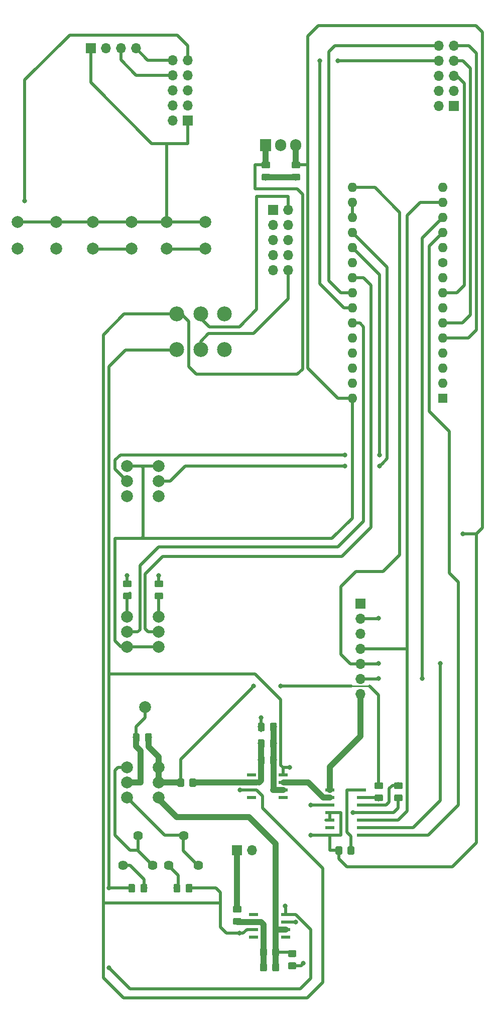
<source format=gbr>
G04 #@! TF.GenerationSoftware,KiCad,Pcbnew,(5.0.0)*
G04 #@! TF.CreationDate,2018-10-20T13:21:43+01:00*
G04 #@! TF.ProjectId,AD9833FunctionGenerator,41443938333346756E6374696F6E4765,rev?*
G04 #@! TF.SameCoordinates,Original*
G04 #@! TF.FileFunction,Copper,L1,Top,Signal*
G04 #@! TF.FilePolarity,Positive*
%FSLAX46Y46*%
G04 Gerber Fmt 4.6, Leading zero omitted, Abs format (unit mm)*
G04 Created by KiCad (PCBNEW (5.0.0)) date 10/20/18 13:21:43*
%MOMM*%
%LPD*%
G01*
G04 APERTURE LIST*
G04 #@! TA.AperFunction,ComponentPad*
%ADD10C,1.620000*%
G04 #@! TD*
G04 #@! TA.AperFunction,ComponentPad*
%ADD11O,1.600000X1.600000*%
G04 #@! TD*
G04 #@! TA.AperFunction,ComponentPad*
%ADD12C,1.600000*%
G04 #@! TD*
G04 #@! TA.AperFunction,ComponentPad*
%ADD13R,1.600000X1.600000*%
G04 #@! TD*
G04 #@! TA.AperFunction,ComponentPad*
%ADD14C,2.000000*%
G04 #@! TD*
G04 #@! TA.AperFunction,Conductor*
%ADD15C,0.100000*%
G04 #@! TD*
G04 #@! TA.AperFunction,SMDPad,CuDef*
%ADD16C,1.150000*%
G04 #@! TD*
G04 #@! TA.AperFunction,ComponentPad*
%ADD17C,2.500000*%
G04 #@! TD*
G04 #@! TA.AperFunction,ComponentPad*
%ADD18R,1.700000X1.700000*%
G04 #@! TD*
G04 #@! TA.AperFunction,ComponentPad*
%ADD19O,1.700000X1.700000*%
G04 #@! TD*
G04 #@! TA.AperFunction,SMDPad,CuDef*
%ADD20R,1.500000X0.600000*%
G04 #@! TD*
G04 #@! TA.AperFunction,ComponentPad*
%ADD21R,1.905000X2.000000*%
G04 #@! TD*
G04 #@! TA.AperFunction,ComponentPad*
%ADD22O,1.905000X2.000000*%
G04 #@! TD*
G04 #@! TA.AperFunction,BGAPad,CuDef*
%ADD23C,2.000000*%
G04 #@! TD*
G04 #@! TA.AperFunction,SMDPad,CuDef*
%ADD24R,1.550000X0.600000*%
G04 #@! TD*
G04 #@! TA.AperFunction,ViaPad*
%ADD25C,0.800000*%
G04 #@! TD*
G04 #@! TA.AperFunction,Conductor*
%ADD26C,0.500000*%
G04 #@! TD*
G04 #@! TA.AperFunction,Conductor*
%ADD27C,1.000000*%
G04 #@! TD*
G04 #@! TA.AperFunction,Conductor*
%ADD28C,0.250000*%
G04 #@! TD*
G04 APERTURE END LIST*
D10*
G04 #@! TO.P,RV_UPOFF1,1*
G04 #@! TO.N,Net-(RV_AMP1-Pad1)*
X83900000Y-207010000D03*
G04 #@! TO.P,RV_UPOFF1,2*
X81400000Y-202010000D03*
G04 #@! TO.P,RV_UPOFF1,3*
G04 #@! TO.N,Net-(RV_UPOFF1-Pad3)*
X78900000Y-207010000D03*
G04 #@! TD*
D11*
G04 #@! TO.P,A1,16*
G04 #@! TO.N,/SCK*
X109855000Y-92710000D03*
G04 #@! TO.P,A1,15*
G04 #@! TO.N,N/C*
X125095000Y-92710000D03*
G04 #@! TO.P,A1,30*
G04 #@! TO.N,/5V*
X109855000Y-128270000D03*
G04 #@! TO.P,A1,14*
G04 #@! TO.N,/MOSI*
X125095000Y-95250000D03*
G04 #@! TO.P,A1,29*
G04 #@! TO.N,/GND*
X109855000Y-125730000D03*
G04 #@! TO.P,A1,13*
G04 #@! TO.N,/DDS_CS*
X125095000Y-97790000D03*
G04 #@! TO.P,A1,28*
G04 #@! TO.N,N/C*
X109855000Y-123190000D03*
G04 #@! TO.P,A1,12*
G04 #@! TO.N,/POT_CS*
X125095000Y-100330000D03*
G04 #@! TO.P,A1,27*
G04 #@! TO.N,N/C*
X109855000Y-120650000D03*
G04 #@! TO.P,A1,11*
X125095000Y-102870000D03*
G04 #@! TO.P,A1,26*
X109855000Y-118110000D03*
D12*
G04 #@! TO.P,A1,10*
X125095000Y-105410000D03*
D11*
G04 #@! TO.P,A1,25*
G04 #@! TO.N,/VEL1*
X109855000Y-115570000D03*
G04 #@! TO.P,A1,9*
G04 #@! TO.N,N/C*
X125095000Y-107950000D03*
G04 #@! TO.P,A1,24*
G04 #@! TO.N,/SCL*
X109855000Y-113030000D03*
G04 #@! TO.P,A1,8*
G04 #@! TO.N,/RANGEBTN*
X125095000Y-110490000D03*
G04 #@! TO.P,A1,23*
G04 #@! TO.N,/SDA*
X109855000Y-110490000D03*
G04 #@! TO.P,A1,7*
G04 #@! TO.N,N/C*
X125095000Y-113030000D03*
G04 #@! TO.P,A1,22*
G04 #@! TO.N,/PHASE1*
X109855000Y-107950000D03*
G04 #@! TO.P,A1,6*
G04 #@! TO.N,/MODEBTN*
X125095000Y-115570000D03*
G04 #@! TO.P,A1,21*
G04 #@! TO.N,N/C*
X109855000Y-105410000D03*
G04 #@! TO.P,A1,5*
G04 #@! TO.N,/WAVEBTN*
X125095000Y-118110000D03*
G04 #@! TO.P,A1,20*
G04 #@! TO.N,/FREQLO*
X109855000Y-102870000D03*
G04 #@! TO.P,A1,4*
G04 #@! TO.N,/GND*
X125095000Y-120650000D03*
G04 #@! TO.P,A1,19*
G04 #@! TO.N,/FREQHI*
X109855000Y-100330000D03*
G04 #@! TO.P,A1,3*
G04 #@! TO.N,N/C*
X125095000Y-123190000D03*
G04 #@! TO.P,A1,18*
G04 #@! TO.N,/AREF*
X109855000Y-97790000D03*
G04 #@! TO.P,A1,2*
G04 #@! TO.N,N/C*
X125095000Y-125730000D03*
G04 #@! TO.P,A1,17*
G04 #@! TO.N,/AREF*
X109855000Y-95250000D03*
D13*
G04 #@! TO.P,A1,1*
G04 #@! TO.N,N/C*
X125095000Y-128270000D03*
G04 #@! TD*
D14*
G04 #@! TO.P,RV_FREQ1,1*
G04 #@! TO.N,/GND*
X71882000Y-144780000D03*
G04 #@! TO.P,RV_FREQ1,2*
G04 #@! TO.N,/FREQLO*
X71882000Y-142240000D03*
G04 #@! TO.P,RV_FREQ1,3*
G04 #@! TO.N,/5V*
X71882000Y-139700000D03*
G04 #@! TO.P,RV_FREQ1,4*
G04 #@! TO.N,/GND*
X77216000Y-144780000D03*
G04 #@! TO.P,RV_FREQ1,5*
G04 #@! TO.N,/FREQHI*
X77216000Y-142240000D03*
G04 #@! TO.P,RV_FREQ1,6*
G04 #@! TO.N,/5V*
X77216000Y-139700000D03*
G04 #@! TD*
D15*
G04 #@! TO.N,/GND*
G04 #@! TO.C,RG1*
G36*
X94828505Y-182943204D02*
X94852773Y-182946804D01*
X94876572Y-182952765D01*
X94899671Y-182961030D01*
X94921850Y-182971520D01*
X94942893Y-182984132D01*
X94962599Y-182998747D01*
X94980777Y-183015223D01*
X94997253Y-183033401D01*
X95011868Y-183053107D01*
X95024480Y-183074150D01*
X95034970Y-183096329D01*
X95043235Y-183119428D01*
X95049196Y-183143227D01*
X95052796Y-183167495D01*
X95054000Y-183191999D01*
X95054000Y-184092001D01*
X95052796Y-184116505D01*
X95049196Y-184140773D01*
X95043235Y-184164572D01*
X95034970Y-184187671D01*
X95024480Y-184209850D01*
X95011868Y-184230893D01*
X94997253Y-184250599D01*
X94980777Y-184268777D01*
X94962599Y-184285253D01*
X94942893Y-184299868D01*
X94921850Y-184312480D01*
X94899671Y-184322970D01*
X94876572Y-184331235D01*
X94852773Y-184337196D01*
X94828505Y-184340796D01*
X94804001Y-184342000D01*
X94153999Y-184342000D01*
X94129495Y-184340796D01*
X94105227Y-184337196D01*
X94081428Y-184331235D01*
X94058329Y-184322970D01*
X94036150Y-184312480D01*
X94015107Y-184299868D01*
X93995401Y-184285253D01*
X93977223Y-184268777D01*
X93960747Y-184250599D01*
X93946132Y-184230893D01*
X93933520Y-184209850D01*
X93923030Y-184187671D01*
X93914765Y-184164572D01*
X93908804Y-184140773D01*
X93905204Y-184116505D01*
X93904000Y-184092001D01*
X93904000Y-183191999D01*
X93905204Y-183167495D01*
X93908804Y-183143227D01*
X93914765Y-183119428D01*
X93923030Y-183096329D01*
X93933520Y-183074150D01*
X93946132Y-183053107D01*
X93960747Y-183033401D01*
X93977223Y-183015223D01*
X93995401Y-182998747D01*
X94015107Y-182984132D01*
X94036150Y-182971520D01*
X94058329Y-182961030D01*
X94081428Y-182952765D01*
X94105227Y-182946804D01*
X94129495Y-182943204D01*
X94153999Y-182942000D01*
X94804001Y-182942000D01*
X94828505Y-182943204D01*
X94828505Y-182943204D01*
G37*
D16*
G04 #@! TD*
G04 #@! TO.P,RG1,1*
G04 #@! TO.N,/GND*
X94479000Y-183642000D03*
D15*
G04 #@! TO.N,Net-(CF1-Pad2)*
G04 #@! TO.C,RG1*
G36*
X96878505Y-182943204D02*
X96902773Y-182946804D01*
X96926572Y-182952765D01*
X96949671Y-182961030D01*
X96971850Y-182971520D01*
X96992893Y-182984132D01*
X97012599Y-182998747D01*
X97030777Y-183015223D01*
X97047253Y-183033401D01*
X97061868Y-183053107D01*
X97074480Y-183074150D01*
X97084970Y-183096329D01*
X97093235Y-183119428D01*
X97099196Y-183143227D01*
X97102796Y-183167495D01*
X97104000Y-183191999D01*
X97104000Y-184092001D01*
X97102796Y-184116505D01*
X97099196Y-184140773D01*
X97093235Y-184164572D01*
X97084970Y-184187671D01*
X97074480Y-184209850D01*
X97061868Y-184230893D01*
X97047253Y-184250599D01*
X97030777Y-184268777D01*
X97012599Y-184285253D01*
X96992893Y-184299868D01*
X96971850Y-184312480D01*
X96949671Y-184322970D01*
X96926572Y-184331235D01*
X96902773Y-184337196D01*
X96878505Y-184340796D01*
X96854001Y-184342000D01*
X96203999Y-184342000D01*
X96179495Y-184340796D01*
X96155227Y-184337196D01*
X96131428Y-184331235D01*
X96108329Y-184322970D01*
X96086150Y-184312480D01*
X96065107Y-184299868D01*
X96045401Y-184285253D01*
X96027223Y-184268777D01*
X96010747Y-184250599D01*
X95996132Y-184230893D01*
X95983520Y-184209850D01*
X95973030Y-184187671D01*
X95964765Y-184164572D01*
X95958804Y-184140773D01*
X95955204Y-184116505D01*
X95954000Y-184092001D01*
X95954000Y-183191999D01*
X95955204Y-183167495D01*
X95958804Y-183143227D01*
X95964765Y-183119428D01*
X95973030Y-183096329D01*
X95983520Y-183074150D01*
X95996132Y-183053107D01*
X96010747Y-183033401D01*
X96027223Y-183015223D01*
X96045401Y-182998747D01*
X96065107Y-182984132D01*
X96086150Y-182971520D01*
X96108329Y-182961030D01*
X96131428Y-182952765D01*
X96155227Y-182946804D01*
X96179495Y-182943204D01*
X96203999Y-182942000D01*
X96854001Y-182942000D01*
X96878505Y-182943204D01*
X96878505Y-182943204D01*
G37*
D16*
G04 #@! TD*
G04 #@! TO.P,RG1,2*
G04 #@! TO.N,Net-(CF1-Pad2)*
X96529000Y-183642000D03*
D15*
G04 #@! TO.N,Net-(CF1-Pad2)*
G04 #@! TO.C,RF1*
G36*
X96878505Y-188531204D02*
X96902773Y-188534804D01*
X96926572Y-188540765D01*
X96949671Y-188549030D01*
X96971850Y-188559520D01*
X96992893Y-188572132D01*
X97012599Y-188586747D01*
X97030777Y-188603223D01*
X97047253Y-188621401D01*
X97061868Y-188641107D01*
X97074480Y-188662150D01*
X97084970Y-188684329D01*
X97093235Y-188707428D01*
X97099196Y-188731227D01*
X97102796Y-188755495D01*
X97104000Y-188779999D01*
X97104000Y-189680001D01*
X97102796Y-189704505D01*
X97099196Y-189728773D01*
X97093235Y-189752572D01*
X97084970Y-189775671D01*
X97074480Y-189797850D01*
X97061868Y-189818893D01*
X97047253Y-189838599D01*
X97030777Y-189856777D01*
X97012599Y-189873253D01*
X96992893Y-189887868D01*
X96971850Y-189900480D01*
X96949671Y-189910970D01*
X96926572Y-189919235D01*
X96902773Y-189925196D01*
X96878505Y-189928796D01*
X96854001Y-189930000D01*
X96203999Y-189930000D01*
X96179495Y-189928796D01*
X96155227Y-189925196D01*
X96131428Y-189919235D01*
X96108329Y-189910970D01*
X96086150Y-189900480D01*
X96065107Y-189887868D01*
X96045401Y-189873253D01*
X96027223Y-189856777D01*
X96010747Y-189838599D01*
X95996132Y-189818893D01*
X95983520Y-189797850D01*
X95973030Y-189775671D01*
X95964765Y-189752572D01*
X95958804Y-189728773D01*
X95955204Y-189704505D01*
X95954000Y-189680001D01*
X95954000Y-188779999D01*
X95955204Y-188755495D01*
X95958804Y-188731227D01*
X95964765Y-188707428D01*
X95973030Y-188684329D01*
X95983520Y-188662150D01*
X95996132Y-188641107D01*
X96010747Y-188621401D01*
X96027223Y-188603223D01*
X96045401Y-188586747D01*
X96065107Y-188572132D01*
X96086150Y-188559520D01*
X96108329Y-188549030D01*
X96131428Y-188540765D01*
X96155227Y-188534804D01*
X96179495Y-188531204D01*
X96203999Y-188530000D01*
X96854001Y-188530000D01*
X96878505Y-188531204D01*
X96878505Y-188531204D01*
G37*
D16*
G04 #@! TD*
G04 #@! TO.P,RF1,2*
G04 #@! TO.N,Net-(CF1-Pad2)*
X96529000Y-189230000D03*
D15*
G04 #@! TO.N,Net-(CF1-Pad1)*
G04 #@! TO.C,RF1*
G36*
X94828505Y-188531204D02*
X94852773Y-188534804D01*
X94876572Y-188540765D01*
X94899671Y-188549030D01*
X94921850Y-188559520D01*
X94942893Y-188572132D01*
X94962599Y-188586747D01*
X94980777Y-188603223D01*
X94997253Y-188621401D01*
X95011868Y-188641107D01*
X95024480Y-188662150D01*
X95034970Y-188684329D01*
X95043235Y-188707428D01*
X95049196Y-188731227D01*
X95052796Y-188755495D01*
X95054000Y-188779999D01*
X95054000Y-189680001D01*
X95052796Y-189704505D01*
X95049196Y-189728773D01*
X95043235Y-189752572D01*
X95034970Y-189775671D01*
X95024480Y-189797850D01*
X95011868Y-189818893D01*
X94997253Y-189838599D01*
X94980777Y-189856777D01*
X94962599Y-189873253D01*
X94942893Y-189887868D01*
X94921850Y-189900480D01*
X94899671Y-189910970D01*
X94876572Y-189919235D01*
X94852773Y-189925196D01*
X94828505Y-189928796D01*
X94804001Y-189930000D01*
X94153999Y-189930000D01*
X94129495Y-189928796D01*
X94105227Y-189925196D01*
X94081428Y-189919235D01*
X94058329Y-189910970D01*
X94036150Y-189900480D01*
X94015107Y-189887868D01*
X93995401Y-189873253D01*
X93977223Y-189856777D01*
X93960747Y-189838599D01*
X93946132Y-189818893D01*
X93933520Y-189797850D01*
X93923030Y-189775671D01*
X93914765Y-189752572D01*
X93908804Y-189728773D01*
X93905204Y-189704505D01*
X93904000Y-189680001D01*
X93904000Y-188779999D01*
X93905204Y-188755495D01*
X93908804Y-188731227D01*
X93914765Y-188707428D01*
X93923030Y-188684329D01*
X93933520Y-188662150D01*
X93946132Y-188641107D01*
X93960747Y-188621401D01*
X93977223Y-188603223D01*
X93995401Y-188586747D01*
X94015107Y-188572132D01*
X94036150Y-188559520D01*
X94058329Y-188549030D01*
X94081428Y-188540765D01*
X94105227Y-188534804D01*
X94129495Y-188531204D01*
X94153999Y-188530000D01*
X94804001Y-188530000D01*
X94828505Y-188531204D01*
X94828505Y-188531204D01*
G37*
D16*
G04 #@! TD*
G04 #@! TO.P,RF1,1*
G04 #@! TO.N,Net-(CF1-Pad1)*
X94479000Y-189230000D03*
D17*
G04 #@! TO.P,SW_PWR1,4*
G04 #@! TO.N,/-12V*
X80264000Y-120015000D03*
G04 #@! TO.P,SW_PWR1,1*
G04 #@! TO.N,/+12V*
X80264000Y-114015000D03*
G04 #@! TO.P,SW_PWR1,5*
G04 #@! TO.N,Net-(J_PWR1-Pad10)*
X84264000Y-120015000D03*
G04 #@! TO.P,SW_PWR1,2*
G04 #@! TO.N,Net-(J_PWR1-Pad2)*
X84264000Y-114015000D03*
G04 #@! TO.P,SW_PWR1,6*
G04 #@! TO.N,N/C*
X88264000Y-120015000D03*
G04 #@! TO.P,SW_PWR1,3*
X88264000Y-114015000D03*
G04 #@! TD*
D18*
G04 #@! TO.P,J_OUT1,1*
G04 #@! TO.N,/OutputSection/SIGOUT*
X90424000Y-204470000D03*
D19*
G04 #@! TO.P,J_OUT1,2*
G04 #@! TO.N,/GND*
X92964000Y-204470000D03*
G04 #@! TD*
D18*
G04 #@! TO.P,J_PWR1,1*
G04 #@! TO.N,N/C*
X96520000Y-96520000D03*
D19*
G04 #@! TO.P,J_PWR1,2*
G04 #@! TO.N,Net-(J_PWR1-Pad2)*
X99060000Y-96520000D03*
G04 #@! TO.P,J_PWR1,3*
G04 #@! TO.N,N/C*
X96520000Y-99060000D03*
G04 #@! TO.P,J_PWR1,4*
G04 #@! TO.N,/GND*
X99060000Y-99060000D03*
G04 #@! TO.P,J_PWR1,5*
G04 #@! TO.N,N/C*
X96520000Y-101600000D03*
G04 #@! TO.P,J_PWR1,6*
G04 #@! TO.N,/GND*
X99060000Y-101600000D03*
G04 #@! TO.P,J_PWR1,7*
G04 #@! TO.N,N/C*
X96520000Y-104140000D03*
G04 #@! TO.P,J_PWR1,8*
G04 #@! TO.N,/GND*
X99060000Y-104140000D03*
G04 #@! TO.P,J_PWR1,9*
G04 #@! TO.N,N/C*
X96520000Y-106680000D03*
G04 #@! TO.P,J_PWR1,10*
G04 #@! TO.N,Net-(J_PWR1-Pad10)*
X99060000Y-106680000D03*
G04 #@! TD*
D20*
G04 #@! TO.P,U_POT1,1*
G04 #@! TO.N,/POT_CS*
X111412000Y-201930000D03*
G04 #@! TO.P,U_POT1,2*
G04 #@! TO.N,/SCK*
X111412000Y-200660000D03*
G04 #@! TO.P,U_POT1,3*
G04 #@! TO.N,/MOSI*
X111412000Y-199390000D03*
G04 #@! TO.P,U_POT1,4*
G04 #@! TO.N,/GND*
X111412000Y-198120000D03*
G04 #@! TO.P,U_POT1,5*
G04 #@! TO.N,Net-(ROFF2-Pad1)*
X111412000Y-196850000D03*
G04 #@! TO.P,U_POT1,6*
G04 #@! TO.N,/OFFSETADJUST*
X111412000Y-195580000D03*
G04 #@! TO.P,U_POT1,7*
G04 #@! TO.N,Net-(ROFF1-Pad1)*
X111412000Y-194310000D03*
G04 #@! TO.P,U_POT1,8*
G04 #@! TO.N,/DDS_SIG*
X106012000Y-194310000D03*
G04 #@! TO.P,U_POT1,9*
G04 #@! TO.N,/DDS_REDUX*
X106012000Y-195580000D03*
G04 #@! TO.P,U_POT1,10*
G04 #@! TO.N,/GND*
X106012000Y-196850000D03*
G04 #@! TO.P,U_POT1,11*
G04 #@! TO.N,/5V*
X106012000Y-198120000D03*
G04 #@! TO.P,U_POT1,12*
X106012000Y-199390000D03*
G04 #@! TO.P,U_POT1,13*
G04 #@! TO.N,N/C*
X106012000Y-200660000D03*
G04 #@! TO.P,U_POT1,14*
G04 #@! TO.N,/5V*
X106012000Y-201930000D03*
G04 #@! TD*
D15*
G04 #@! TO.N,/-12V*
G04 #@! TO.C,R_LOFF1*
G36*
X72984505Y-210121204D02*
X73008773Y-210124804D01*
X73032572Y-210130765D01*
X73055671Y-210139030D01*
X73077850Y-210149520D01*
X73098893Y-210162132D01*
X73118599Y-210176747D01*
X73136777Y-210193223D01*
X73153253Y-210211401D01*
X73167868Y-210231107D01*
X73180480Y-210252150D01*
X73190970Y-210274329D01*
X73199235Y-210297428D01*
X73205196Y-210321227D01*
X73208796Y-210345495D01*
X73210000Y-210369999D01*
X73210000Y-211270001D01*
X73208796Y-211294505D01*
X73205196Y-211318773D01*
X73199235Y-211342572D01*
X73190970Y-211365671D01*
X73180480Y-211387850D01*
X73167868Y-211408893D01*
X73153253Y-211428599D01*
X73136777Y-211446777D01*
X73118599Y-211463253D01*
X73098893Y-211477868D01*
X73077850Y-211490480D01*
X73055671Y-211500970D01*
X73032572Y-211509235D01*
X73008773Y-211515196D01*
X72984505Y-211518796D01*
X72960001Y-211520000D01*
X72309999Y-211520000D01*
X72285495Y-211518796D01*
X72261227Y-211515196D01*
X72237428Y-211509235D01*
X72214329Y-211500970D01*
X72192150Y-211490480D01*
X72171107Y-211477868D01*
X72151401Y-211463253D01*
X72133223Y-211446777D01*
X72116747Y-211428599D01*
X72102132Y-211408893D01*
X72089520Y-211387850D01*
X72079030Y-211365671D01*
X72070765Y-211342572D01*
X72064804Y-211318773D01*
X72061204Y-211294505D01*
X72060000Y-211270001D01*
X72060000Y-210369999D01*
X72061204Y-210345495D01*
X72064804Y-210321227D01*
X72070765Y-210297428D01*
X72079030Y-210274329D01*
X72089520Y-210252150D01*
X72102132Y-210231107D01*
X72116747Y-210211401D01*
X72133223Y-210193223D01*
X72151401Y-210176747D01*
X72171107Y-210162132D01*
X72192150Y-210149520D01*
X72214329Y-210139030D01*
X72237428Y-210130765D01*
X72261227Y-210124804D01*
X72285495Y-210121204D01*
X72309999Y-210120000D01*
X72960001Y-210120000D01*
X72984505Y-210121204D01*
X72984505Y-210121204D01*
G37*
D16*
G04 #@! TD*
G04 #@! TO.P,R_LOFF1,1*
G04 #@! TO.N,/-12V*
X72635000Y-210820000D03*
D15*
G04 #@! TO.N,Net-(RV_LOWOFF1-Pad3)*
G04 #@! TO.C,R_LOFF1*
G36*
X75034505Y-210121204D02*
X75058773Y-210124804D01*
X75082572Y-210130765D01*
X75105671Y-210139030D01*
X75127850Y-210149520D01*
X75148893Y-210162132D01*
X75168599Y-210176747D01*
X75186777Y-210193223D01*
X75203253Y-210211401D01*
X75217868Y-210231107D01*
X75230480Y-210252150D01*
X75240970Y-210274329D01*
X75249235Y-210297428D01*
X75255196Y-210321227D01*
X75258796Y-210345495D01*
X75260000Y-210369999D01*
X75260000Y-211270001D01*
X75258796Y-211294505D01*
X75255196Y-211318773D01*
X75249235Y-211342572D01*
X75240970Y-211365671D01*
X75230480Y-211387850D01*
X75217868Y-211408893D01*
X75203253Y-211428599D01*
X75186777Y-211446777D01*
X75168599Y-211463253D01*
X75148893Y-211477868D01*
X75127850Y-211490480D01*
X75105671Y-211500970D01*
X75082572Y-211509235D01*
X75058773Y-211515196D01*
X75034505Y-211518796D01*
X75010001Y-211520000D01*
X74359999Y-211520000D01*
X74335495Y-211518796D01*
X74311227Y-211515196D01*
X74287428Y-211509235D01*
X74264329Y-211500970D01*
X74242150Y-211490480D01*
X74221107Y-211477868D01*
X74201401Y-211463253D01*
X74183223Y-211446777D01*
X74166747Y-211428599D01*
X74152132Y-211408893D01*
X74139520Y-211387850D01*
X74129030Y-211365671D01*
X74120765Y-211342572D01*
X74114804Y-211318773D01*
X74111204Y-211294505D01*
X74110000Y-211270001D01*
X74110000Y-210369999D01*
X74111204Y-210345495D01*
X74114804Y-210321227D01*
X74120765Y-210297428D01*
X74129030Y-210274329D01*
X74139520Y-210252150D01*
X74152132Y-210231107D01*
X74166747Y-210211401D01*
X74183223Y-210193223D01*
X74201401Y-210176747D01*
X74221107Y-210162132D01*
X74242150Y-210149520D01*
X74264329Y-210139030D01*
X74287428Y-210130765D01*
X74311227Y-210124804D01*
X74335495Y-210121204D01*
X74359999Y-210120000D01*
X75010001Y-210120000D01*
X75034505Y-210121204D01*
X75034505Y-210121204D01*
G37*
D16*
G04 #@! TD*
G04 #@! TO.P,R_LOFF1,2*
G04 #@! TO.N,Net-(RV_LOWOFF1-Pad3)*
X74685000Y-210820000D03*
D15*
G04 #@! TO.N,/+12V*
G04 #@! TO.C,C1*
G36*
X95724505Y-88317204D02*
X95748773Y-88320804D01*
X95772572Y-88326765D01*
X95795671Y-88335030D01*
X95817850Y-88345520D01*
X95838893Y-88358132D01*
X95858599Y-88372747D01*
X95876777Y-88389223D01*
X95893253Y-88407401D01*
X95907868Y-88427107D01*
X95920480Y-88448150D01*
X95930970Y-88470329D01*
X95939235Y-88493428D01*
X95945196Y-88517227D01*
X95948796Y-88541495D01*
X95950000Y-88565999D01*
X95950000Y-89216001D01*
X95948796Y-89240505D01*
X95945196Y-89264773D01*
X95939235Y-89288572D01*
X95930970Y-89311671D01*
X95920480Y-89333850D01*
X95907868Y-89354893D01*
X95893253Y-89374599D01*
X95876777Y-89392777D01*
X95858599Y-89409253D01*
X95838893Y-89423868D01*
X95817850Y-89436480D01*
X95795671Y-89446970D01*
X95772572Y-89455235D01*
X95748773Y-89461196D01*
X95724505Y-89464796D01*
X95700001Y-89466000D01*
X94799999Y-89466000D01*
X94775495Y-89464796D01*
X94751227Y-89461196D01*
X94727428Y-89455235D01*
X94704329Y-89446970D01*
X94682150Y-89436480D01*
X94661107Y-89423868D01*
X94641401Y-89409253D01*
X94623223Y-89392777D01*
X94606747Y-89374599D01*
X94592132Y-89354893D01*
X94579520Y-89333850D01*
X94569030Y-89311671D01*
X94560765Y-89288572D01*
X94554804Y-89264773D01*
X94551204Y-89240505D01*
X94550000Y-89216001D01*
X94550000Y-88565999D01*
X94551204Y-88541495D01*
X94554804Y-88517227D01*
X94560765Y-88493428D01*
X94569030Y-88470329D01*
X94579520Y-88448150D01*
X94592132Y-88427107D01*
X94606747Y-88407401D01*
X94623223Y-88389223D01*
X94641401Y-88372747D01*
X94661107Y-88358132D01*
X94682150Y-88345520D01*
X94704329Y-88335030D01*
X94727428Y-88326765D01*
X94751227Y-88320804D01*
X94775495Y-88317204D01*
X94799999Y-88316000D01*
X95700001Y-88316000D01*
X95724505Y-88317204D01*
X95724505Y-88317204D01*
G37*
D16*
G04 #@! TD*
G04 #@! TO.P,C1,1*
G04 #@! TO.N,/+12V*
X95250000Y-88891000D03*
D15*
G04 #@! TO.N,/GND*
G04 #@! TO.C,C1*
G36*
X95724505Y-90367204D02*
X95748773Y-90370804D01*
X95772572Y-90376765D01*
X95795671Y-90385030D01*
X95817850Y-90395520D01*
X95838893Y-90408132D01*
X95858599Y-90422747D01*
X95876777Y-90439223D01*
X95893253Y-90457401D01*
X95907868Y-90477107D01*
X95920480Y-90498150D01*
X95930970Y-90520329D01*
X95939235Y-90543428D01*
X95945196Y-90567227D01*
X95948796Y-90591495D01*
X95950000Y-90615999D01*
X95950000Y-91266001D01*
X95948796Y-91290505D01*
X95945196Y-91314773D01*
X95939235Y-91338572D01*
X95930970Y-91361671D01*
X95920480Y-91383850D01*
X95907868Y-91404893D01*
X95893253Y-91424599D01*
X95876777Y-91442777D01*
X95858599Y-91459253D01*
X95838893Y-91473868D01*
X95817850Y-91486480D01*
X95795671Y-91496970D01*
X95772572Y-91505235D01*
X95748773Y-91511196D01*
X95724505Y-91514796D01*
X95700001Y-91516000D01*
X94799999Y-91516000D01*
X94775495Y-91514796D01*
X94751227Y-91511196D01*
X94727428Y-91505235D01*
X94704329Y-91496970D01*
X94682150Y-91486480D01*
X94661107Y-91473868D01*
X94641401Y-91459253D01*
X94623223Y-91442777D01*
X94606747Y-91424599D01*
X94592132Y-91404893D01*
X94579520Y-91383850D01*
X94569030Y-91361671D01*
X94560765Y-91338572D01*
X94554804Y-91314773D01*
X94551204Y-91290505D01*
X94550000Y-91266001D01*
X94550000Y-90615999D01*
X94551204Y-90591495D01*
X94554804Y-90567227D01*
X94560765Y-90543428D01*
X94569030Y-90520329D01*
X94579520Y-90498150D01*
X94592132Y-90477107D01*
X94606747Y-90457401D01*
X94623223Y-90439223D01*
X94641401Y-90422747D01*
X94661107Y-90408132D01*
X94682150Y-90395520D01*
X94704329Y-90385030D01*
X94727428Y-90376765D01*
X94751227Y-90370804D01*
X94775495Y-90367204D01*
X94799999Y-90366000D01*
X95700001Y-90366000D01*
X95724505Y-90367204D01*
X95724505Y-90367204D01*
G37*
D16*
G04 #@! TD*
G04 #@! TO.P,C1,2*
G04 #@! TO.N,/GND*
X95250000Y-90941000D03*
D15*
G04 #@! TO.N,/GND*
G04 #@! TO.C,C2*
G36*
X100804505Y-90367204D02*
X100828773Y-90370804D01*
X100852572Y-90376765D01*
X100875671Y-90385030D01*
X100897850Y-90395520D01*
X100918893Y-90408132D01*
X100938599Y-90422747D01*
X100956777Y-90439223D01*
X100973253Y-90457401D01*
X100987868Y-90477107D01*
X101000480Y-90498150D01*
X101010970Y-90520329D01*
X101019235Y-90543428D01*
X101025196Y-90567227D01*
X101028796Y-90591495D01*
X101030000Y-90615999D01*
X101030000Y-91266001D01*
X101028796Y-91290505D01*
X101025196Y-91314773D01*
X101019235Y-91338572D01*
X101010970Y-91361671D01*
X101000480Y-91383850D01*
X100987868Y-91404893D01*
X100973253Y-91424599D01*
X100956777Y-91442777D01*
X100938599Y-91459253D01*
X100918893Y-91473868D01*
X100897850Y-91486480D01*
X100875671Y-91496970D01*
X100852572Y-91505235D01*
X100828773Y-91511196D01*
X100804505Y-91514796D01*
X100780001Y-91516000D01*
X99879999Y-91516000D01*
X99855495Y-91514796D01*
X99831227Y-91511196D01*
X99807428Y-91505235D01*
X99784329Y-91496970D01*
X99762150Y-91486480D01*
X99741107Y-91473868D01*
X99721401Y-91459253D01*
X99703223Y-91442777D01*
X99686747Y-91424599D01*
X99672132Y-91404893D01*
X99659520Y-91383850D01*
X99649030Y-91361671D01*
X99640765Y-91338572D01*
X99634804Y-91314773D01*
X99631204Y-91290505D01*
X99630000Y-91266001D01*
X99630000Y-90615999D01*
X99631204Y-90591495D01*
X99634804Y-90567227D01*
X99640765Y-90543428D01*
X99649030Y-90520329D01*
X99659520Y-90498150D01*
X99672132Y-90477107D01*
X99686747Y-90457401D01*
X99703223Y-90439223D01*
X99721401Y-90422747D01*
X99741107Y-90408132D01*
X99762150Y-90395520D01*
X99784329Y-90385030D01*
X99807428Y-90376765D01*
X99831227Y-90370804D01*
X99855495Y-90367204D01*
X99879999Y-90366000D01*
X100780001Y-90366000D01*
X100804505Y-90367204D01*
X100804505Y-90367204D01*
G37*
D16*
G04 #@! TD*
G04 #@! TO.P,C2,2*
G04 #@! TO.N,/GND*
X100330000Y-90941000D03*
D15*
G04 #@! TO.N,/5V*
G04 #@! TO.C,C2*
G36*
X100804505Y-88317204D02*
X100828773Y-88320804D01*
X100852572Y-88326765D01*
X100875671Y-88335030D01*
X100897850Y-88345520D01*
X100918893Y-88358132D01*
X100938599Y-88372747D01*
X100956777Y-88389223D01*
X100973253Y-88407401D01*
X100987868Y-88427107D01*
X101000480Y-88448150D01*
X101010970Y-88470329D01*
X101019235Y-88493428D01*
X101025196Y-88517227D01*
X101028796Y-88541495D01*
X101030000Y-88565999D01*
X101030000Y-89216001D01*
X101028796Y-89240505D01*
X101025196Y-89264773D01*
X101019235Y-89288572D01*
X101010970Y-89311671D01*
X101000480Y-89333850D01*
X100987868Y-89354893D01*
X100973253Y-89374599D01*
X100956777Y-89392777D01*
X100938599Y-89409253D01*
X100918893Y-89423868D01*
X100897850Y-89436480D01*
X100875671Y-89446970D01*
X100852572Y-89455235D01*
X100828773Y-89461196D01*
X100804505Y-89464796D01*
X100780001Y-89466000D01*
X99879999Y-89466000D01*
X99855495Y-89464796D01*
X99831227Y-89461196D01*
X99807428Y-89455235D01*
X99784329Y-89446970D01*
X99762150Y-89436480D01*
X99741107Y-89423868D01*
X99721401Y-89409253D01*
X99703223Y-89392777D01*
X99686747Y-89374599D01*
X99672132Y-89354893D01*
X99659520Y-89333850D01*
X99649030Y-89311671D01*
X99640765Y-89288572D01*
X99634804Y-89264773D01*
X99631204Y-89240505D01*
X99630000Y-89216001D01*
X99630000Y-88565999D01*
X99631204Y-88541495D01*
X99634804Y-88517227D01*
X99640765Y-88493428D01*
X99649030Y-88470329D01*
X99659520Y-88448150D01*
X99672132Y-88427107D01*
X99686747Y-88407401D01*
X99703223Y-88389223D01*
X99721401Y-88372747D01*
X99741107Y-88358132D01*
X99762150Y-88345520D01*
X99784329Y-88335030D01*
X99807428Y-88326765D01*
X99831227Y-88320804D01*
X99855495Y-88317204D01*
X99879999Y-88316000D01*
X100780001Y-88316000D01*
X100804505Y-88317204D01*
X100804505Y-88317204D01*
G37*
D16*
G04 #@! TD*
G04 #@! TO.P,C2,1*
G04 #@! TO.N,/5V*
X100330000Y-88891000D03*
D19*
G04 #@! TO.P,J_AD9833,7*
G04 #@! TO.N,/DDS_SIG*
X111194407Y-178061772D03*
G04 #@! TO.P,J_AD9833,6*
G04 #@! TO.N,/DDS_CS*
X111194407Y-175521772D03*
G04 #@! TO.P,J_AD9833,5*
G04 #@! TO.N,/SCK*
X111194407Y-172981772D03*
G04 #@! TO.P,J_AD9833,4*
G04 #@! TO.N,/MOSI*
X111194407Y-170441772D03*
G04 #@! TO.P,J_AD9833,3*
G04 #@! TO.N,/GND*
X111194407Y-167901772D03*
G04 #@! TO.P,J_AD9833,2*
G04 #@! TO.N,/5V*
X111194407Y-165361772D03*
D18*
G04 #@! TO.P,J_AD9833,1*
G04 #@! TO.N,N/C*
X111194407Y-162821772D03*
G04 #@! TD*
G04 #@! TO.P,J_AUX2MAIN2,1*
G04 #@! TO.N,/AuxiliaryBoard/5V_AUX*
X82115681Y-81370698D03*
D19*
G04 #@! TO.P,J_AUX2MAIN2,2*
G04 #@! TO.N,N/C*
X79575681Y-81370698D03*
G04 #@! TO.P,J_AUX2MAIN2,3*
G04 #@! TO.N,/AuxiliaryBoard/GND_AUX*
X82115681Y-78830698D03*
G04 #@! TO.P,J_AUX2MAIN2,4*
G04 #@! TO.N,N/C*
X79575681Y-78830698D03*
G04 #@! TO.P,J_AUX2MAIN2,5*
G04 #@! TO.N,/AuxiliaryBoard/RANGEBTN_AUX*
X82115681Y-76290698D03*
G04 #@! TO.P,J_AUX2MAIN2,6*
G04 #@! TO.N,N/C*
X79575681Y-76290698D03*
G04 #@! TO.P,J_AUX2MAIN2,7*
G04 #@! TO.N,/AuxiliaryBoard/MODEBTN_AUX*
X82115681Y-73750698D03*
G04 #@! TO.P,J_AUX2MAIN2,8*
G04 #@! TO.N,/AuxiliaryBoard/SCL_AUX*
X79575681Y-73750698D03*
G04 #@! TO.P,J_AUX2MAIN2,9*
G04 #@! TO.N,/AuxiliaryBoard/WAVEBTN_AUX*
X82115681Y-71210698D03*
G04 #@! TO.P,J_AUX2MAIN2,10*
G04 #@! TO.N,/AuxiliaryBoard/SDA_AUX*
X79575681Y-71210698D03*
G04 #@! TD*
D18*
G04 #@! TO.P,J_MAIN2AUX1,1*
G04 #@! TO.N,/5V*
X127000000Y-78994000D03*
D19*
G04 #@! TO.P,J_MAIN2AUX1,2*
G04 #@! TO.N,N/C*
X124460000Y-78994000D03*
G04 #@! TO.P,J_MAIN2AUX1,3*
G04 #@! TO.N,/GND*
X127000000Y-76454000D03*
G04 #@! TO.P,J_MAIN2AUX1,4*
G04 #@! TO.N,N/C*
X124460000Y-76454000D03*
G04 #@! TO.P,J_MAIN2AUX1,5*
G04 #@! TO.N,/RANGEBTN*
X127000000Y-73914000D03*
G04 #@! TO.P,J_MAIN2AUX1,6*
G04 #@! TO.N,N/C*
X124460000Y-73914000D03*
G04 #@! TO.P,J_MAIN2AUX1,7*
G04 #@! TO.N,/MODEBTN*
X127000000Y-71374000D03*
G04 #@! TO.P,J_MAIN2AUX1,8*
G04 #@! TO.N,/SCL*
X124460000Y-71374000D03*
G04 #@! TO.P,J_MAIN2AUX1,9*
G04 #@! TO.N,/WAVEBTN*
X127000000Y-68834000D03*
G04 #@! TO.P,J_MAIN2AUX1,10*
G04 #@! TO.N,/SDA*
X124460000Y-68834000D03*
G04 #@! TD*
D18*
G04 #@! TO.P,J_OLEDCONNECTOR1,1*
G04 #@! TO.N,/AuxiliaryBoard/5V_AUX*
X65709646Y-69256447D03*
D19*
G04 #@! TO.P,J_OLEDCONNECTOR1,2*
G04 #@! TO.N,/AuxiliaryBoard/GND_AUX*
X68249646Y-69256447D03*
G04 #@! TO.P,J_OLEDCONNECTOR1,3*
G04 #@! TO.N,/AuxiliaryBoard/SCL_AUX*
X70789646Y-69256447D03*
G04 #@! TO.P,J_OLEDCONNECTOR1,4*
G04 #@! TO.N,/AuxiliaryBoard/SDA_AUX*
X73329646Y-69256447D03*
G04 #@! TD*
D15*
G04 #@! TO.N,Net-(CF2-Pad1)*
G04 #@! TO.C,R_ISO1*
G36*
X90898505Y-215843204D02*
X90922773Y-215846804D01*
X90946572Y-215852765D01*
X90969671Y-215861030D01*
X90991850Y-215871520D01*
X91012893Y-215884132D01*
X91032599Y-215898747D01*
X91050777Y-215915223D01*
X91067253Y-215933401D01*
X91081868Y-215953107D01*
X91094480Y-215974150D01*
X91104970Y-215996329D01*
X91113235Y-216019428D01*
X91119196Y-216043227D01*
X91122796Y-216067495D01*
X91124000Y-216091999D01*
X91124000Y-216742001D01*
X91122796Y-216766505D01*
X91119196Y-216790773D01*
X91113235Y-216814572D01*
X91104970Y-216837671D01*
X91094480Y-216859850D01*
X91081868Y-216880893D01*
X91067253Y-216900599D01*
X91050777Y-216918777D01*
X91032599Y-216935253D01*
X91012893Y-216949868D01*
X90991850Y-216962480D01*
X90969671Y-216972970D01*
X90946572Y-216981235D01*
X90922773Y-216987196D01*
X90898505Y-216990796D01*
X90874001Y-216992000D01*
X89973999Y-216992000D01*
X89949495Y-216990796D01*
X89925227Y-216987196D01*
X89901428Y-216981235D01*
X89878329Y-216972970D01*
X89856150Y-216962480D01*
X89835107Y-216949868D01*
X89815401Y-216935253D01*
X89797223Y-216918777D01*
X89780747Y-216900599D01*
X89766132Y-216880893D01*
X89753520Y-216859850D01*
X89743030Y-216837671D01*
X89734765Y-216814572D01*
X89728804Y-216790773D01*
X89725204Y-216766505D01*
X89724000Y-216742001D01*
X89724000Y-216091999D01*
X89725204Y-216067495D01*
X89728804Y-216043227D01*
X89734765Y-216019428D01*
X89743030Y-215996329D01*
X89753520Y-215974150D01*
X89766132Y-215953107D01*
X89780747Y-215933401D01*
X89797223Y-215915223D01*
X89815401Y-215898747D01*
X89835107Y-215884132D01*
X89856150Y-215871520D01*
X89878329Y-215861030D01*
X89901428Y-215852765D01*
X89925227Y-215846804D01*
X89949495Y-215843204D01*
X89973999Y-215842000D01*
X90874001Y-215842000D01*
X90898505Y-215843204D01*
X90898505Y-215843204D01*
G37*
D16*
G04 #@! TD*
G04 #@! TO.P,R_ISO1,2*
G04 #@! TO.N,Net-(CF2-Pad1)*
X90424000Y-216417000D03*
D15*
G04 #@! TO.N,/OutputSection/SIGOUT*
G04 #@! TO.C,R_ISO1*
G36*
X90898505Y-213793204D02*
X90922773Y-213796804D01*
X90946572Y-213802765D01*
X90969671Y-213811030D01*
X90991850Y-213821520D01*
X91012893Y-213834132D01*
X91032599Y-213848747D01*
X91050777Y-213865223D01*
X91067253Y-213883401D01*
X91081868Y-213903107D01*
X91094480Y-213924150D01*
X91104970Y-213946329D01*
X91113235Y-213969428D01*
X91119196Y-213993227D01*
X91122796Y-214017495D01*
X91124000Y-214041999D01*
X91124000Y-214692001D01*
X91122796Y-214716505D01*
X91119196Y-214740773D01*
X91113235Y-214764572D01*
X91104970Y-214787671D01*
X91094480Y-214809850D01*
X91081868Y-214830893D01*
X91067253Y-214850599D01*
X91050777Y-214868777D01*
X91032599Y-214885253D01*
X91012893Y-214899868D01*
X90991850Y-214912480D01*
X90969671Y-214922970D01*
X90946572Y-214931235D01*
X90922773Y-214937196D01*
X90898505Y-214940796D01*
X90874001Y-214942000D01*
X89973999Y-214942000D01*
X89949495Y-214940796D01*
X89925227Y-214937196D01*
X89901428Y-214931235D01*
X89878329Y-214922970D01*
X89856150Y-214912480D01*
X89835107Y-214899868D01*
X89815401Y-214885253D01*
X89797223Y-214868777D01*
X89780747Y-214850599D01*
X89766132Y-214830893D01*
X89753520Y-214809850D01*
X89743030Y-214787671D01*
X89734765Y-214764572D01*
X89728804Y-214740773D01*
X89725204Y-214716505D01*
X89724000Y-214692001D01*
X89724000Y-214041999D01*
X89725204Y-214017495D01*
X89728804Y-213993227D01*
X89734765Y-213969428D01*
X89743030Y-213946329D01*
X89753520Y-213924150D01*
X89766132Y-213903107D01*
X89780747Y-213883401D01*
X89797223Y-213865223D01*
X89815401Y-213848747D01*
X89835107Y-213834132D01*
X89856150Y-213821520D01*
X89878329Y-213811030D01*
X89901428Y-213802765D01*
X89925227Y-213796804D01*
X89949495Y-213793204D01*
X89973999Y-213792000D01*
X90874001Y-213792000D01*
X90898505Y-213793204D01*
X90898505Y-213793204D01*
G37*
D16*
G04 #@! TD*
G04 #@! TO.P,R_ISO1,1*
G04 #@! TO.N,/OutputSection/SIGOUT*
X90424000Y-214367000D03*
D15*
G04 #@! TO.N,Net-(CF1-Pad1)*
G04 #@! TO.C,R_MIX1*
G36*
X83289505Y-192341204D02*
X83313773Y-192344804D01*
X83337572Y-192350765D01*
X83360671Y-192359030D01*
X83382850Y-192369520D01*
X83403893Y-192382132D01*
X83423599Y-192396747D01*
X83441777Y-192413223D01*
X83458253Y-192431401D01*
X83472868Y-192451107D01*
X83485480Y-192472150D01*
X83495970Y-192494329D01*
X83504235Y-192517428D01*
X83510196Y-192541227D01*
X83513796Y-192565495D01*
X83515000Y-192589999D01*
X83515000Y-193490001D01*
X83513796Y-193514505D01*
X83510196Y-193538773D01*
X83504235Y-193562572D01*
X83495970Y-193585671D01*
X83485480Y-193607850D01*
X83472868Y-193628893D01*
X83458253Y-193648599D01*
X83441777Y-193666777D01*
X83423599Y-193683253D01*
X83403893Y-193697868D01*
X83382850Y-193710480D01*
X83360671Y-193720970D01*
X83337572Y-193729235D01*
X83313773Y-193735196D01*
X83289505Y-193738796D01*
X83265001Y-193740000D01*
X82614999Y-193740000D01*
X82590495Y-193738796D01*
X82566227Y-193735196D01*
X82542428Y-193729235D01*
X82519329Y-193720970D01*
X82497150Y-193710480D01*
X82476107Y-193697868D01*
X82456401Y-193683253D01*
X82438223Y-193666777D01*
X82421747Y-193648599D01*
X82407132Y-193628893D01*
X82394520Y-193607850D01*
X82384030Y-193585671D01*
X82375765Y-193562572D01*
X82369804Y-193538773D01*
X82366204Y-193514505D01*
X82365000Y-193490001D01*
X82365000Y-192589999D01*
X82366204Y-192565495D01*
X82369804Y-192541227D01*
X82375765Y-192517428D01*
X82384030Y-192494329D01*
X82394520Y-192472150D01*
X82407132Y-192451107D01*
X82421747Y-192431401D01*
X82438223Y-192413223D01*
X82456401Y-192396747D01*
X82476107Y-192382132D01*
X82497150Y-192369520D01*
X82519329Y-192359030D01*
X82542428Y-192350765D01*
X82566227Y-192344804D01*
X82590495Y-192341204D01*
X82614999Y-192340000D01*
X83265001Y-192340000D01*
X83289505Y-192341204D01*
X83289505Y-192341204D01*
G37*
D16*
G04 #@! TD*
G04 #@! TO.P,R_MIX1,1*
G04 #@! TO.N,Net-(CF1-Pad1)*
X82940000Y-193040000D03*
D15*
G04 #@! TO.N,Net-(RV_AMP1-Pad5)*
G04 #@! TO.C,R_MIX1*
G36*
X81239505Y-192341204D02*
X81263773Y-192344804D01*
X81287572Y-192350765D01*
X81310671Y-192359030D01*
X81332850Y-192369520D01*
X81353893Y-192382132D01*
X81373599Y-192396747D01*
X81391777Y-192413223D01*
X81408253Y-192431401D01*
X81422868Y-192451107D01*
X81435480Y-192472150D01*
X81445970Y-192494329D01*
X81454235Y-192517428D01*
X81460196Y-192541227D01*
X81463796Y-192565495D01*
X81465000Y-192589999D01*
X81465000Y-193490001D01*
X81463796Y-193514505D01*
X81460196Y-193538773D01*
X81454235Y-193562572D01*
X81445970Y-193585671D01*
X81435480Y-193607850D01*
X81422868Y-193628893D01*
X81408253Y-193648599D01*
X81391777Y-193666777D01*
X81373599Y-193683253D01*
X81353893Y-193697868D01*
X81332850Y-193710480D01*
X81310671Y-193720970D01*
X81287572Y-193729235D01*
X81263773Y-193735196D01*
X81239505Y-193738796D01*
X81215001Y-193740000D01*
X80564999Y-193740000D01*
X80540495Y-193738796D01*
X80516227Y-193735196D01*
X80492428Y-193729235D01*
X80469329Y-193720970D01*
X80447150Y-193710480D01*
X80426107Y-193697868D01*
X80406401Y-193683253D01*
X80388223Y-193666777D01*
X80371747Y-193648599D01*
X80357132Y-193628893D01*
X80344520Y-193607850D01*
X80334030Y-193585671D01*
X80325765Y-193562572D01*
X80319804Y-193538773D01*
X80316204Y-193514505D01*
X80315000Y-193490001D01*
X80315000Y-192589999D01*
X80316204Y-192565495D01*
X80319804Y-192541227D01*
X80325765Y-192517428D01*
X80334030Y-192494329D01*
X80344520Y-192472150D01*
X80357132Y-192451107D01*
X80371747Y-192431401D01*
X80388223Y-192413223D01*
X80406401Y-192396747D01*
X80426107Y-192382132D01*
X80447150Y-192369520D01*
X80469329Y-192359030D01*
X80492428Y-192350765D01*
X80516227Y-192344804D01*
X80540495Y-192341204D01*
X80564999Y-192340000D01*
X81215001Y-192340000D01*
X81239505Y-192341204D01*
X81239505Y-192341204D01*
G37*
D16*
G04 #@! TD*
G04 #@! TO.P,R_MIX1,2*
G04 #@! TO.N,Net-(RV_AMP1-Pad5)*
X80890000Y-193040000D03*
D15*
G04 #@! TO.N,Net-(RV_AMP1-Pad5)*
G04 #@! TO.C,R_MIX2*
G36*
X75796505Y-184721204D02*
X75820773Y-184724804D01*
X75844572Y-184730765D01*
X75867671Y-184739030D01*
X75889850Y-184749520D01*
X75910893Y-184762132D01*
X75930599Y-184776747D01*
X75948777Y-184793223D01*
X75965253Y-184811401D01*
X75979868Y-184831107D01*
X75992480Y-184852150D01*
X76002970Y-184874329D01*
X76011235Y-184897428D01*
X76017196Y-184921227D01*
X76020796Y-184945495D01*
X76022000Y-184969999D01*
X76022000Y-185870001D01*
X76020796Y-185894505D01*
X76017196Y-185918773D01*
X76011235Y-185942572D01*
X76002970Y-185965671D01*
X75992480Y-185987850D01*
X75979868Y-186008893D01*
X75965253Y-186028599D01*
X75948777Y-186046777D01*
X75930599Y-186063253D01*
X75910893Y-186077868D01*
X75889850Y-186090480D01*
X75867671Y-186100970D01*
X75844572Y-186109235D01*
X75820773Y-186115196D01*
X75796505Y-186118796D01*
X75772001Y-186120000D01*
X75121999Y-186120000D01*
X75097495Y-186118796D01*
X75073227Y-186115196D01*
X75049428Y-186109235D01*
X75026329Y-186100970D01*
X75004150Y-186090480D01*
X74983107Y-186077868D01*
X74963401Y-186063253D01*
X74945223Y-186046777D01*
X74928747Y-186028599D01*
X74914132Y-186008893D01*
X74901520Y-185987850D01*
X74891030Y-185965671D01*
X74882765Y-185942572D01*
X74876804Y-185918773D01*
X74873204Y-185894505D01*
X74872000Y-185870001D01*
X74872000Y-184969999D01*
X74873204Y-184945495D01*
X74876804Y-184921227D01*
X74882765Y-184897428D01*
X74891030Y-184874329D01*
X74901520Y-184852150D01*
X74914132Y-184831107D01*
X74928747Y-184811401D01*
X74945223Y-184793223D01*
X74963401Y-184776747D01*
X74983107Y-184762132D01*
X75004150Y-184749520D01*
X75026329Y-184739030D01*
X75049428Y-184730765D01*
X75073227Y-184724804D01*
X75097495Y-184721204D01*
X75121999Y-184720000D01*
X75772001Y-184720000D01*
X75796505Y-184721204D01*
X75796505Y-184721204D01*
G37*
D16*
G04 #@! TD*
G04 #@! TO.P,R_MIX2,2*
G04 #@! TO.N,Net-(RV_AMP1-Pad5)*
X75447000Y-185420000D03*
D15*
G04 #@! TO.N,Net-(RV_AMP1-Pad2)*
G04 #@! TO.C,R_MIX2*
G36*
X73746505Y-184721204D02*
X73770773Y-184724804D01*
X73794572Y-184730765D01*
X73817671Y-184739030D01*
X73839850Y-184749520D01*
X73860893Y-184762132D01*
X73880599Y-184776747D01*
X73898777Y-184793223D01*
X73915253Y-184811401D01*
X73929868Y-184831107D01*
X73942480Y-184852150D01*
X73952970Y-184874329D01*
X73961235Y-184897428D01*
X73967196Y-184921227D01*
X73970796Y-184945495D01*
X73972000Y-184969999D01*
X73972000Y-185870001D01*
X73970796Y-185894505D01*
X73967196Y-185918773D01*
X73961235Y-185942572D01*
X73952970Y-185965671D01*
X73942480Y-185987850D01*
X73929868Y-186008893D01*
X73915253Y-186028599D01*
X73898777Y-186046777D01*
X73880599Y-186063253D01*
X73860893Y-186077868D01*
X73839850Y-186090480D01*
X73817671Y-186100970D01*
X73794572Y-186109235D01*
X73770773Y-186115196D01*
X73746505Y-186118796D01*
X73722001Y-186120000D01*
X73071999Y-186120000D01*
X73047495Y-186118796D01*
X73023227Y-186115196D01*
X72999428Y-186109235D01*
X72976329Y-186100970D01*
X72954150Y-186090480D01*
X72933107Y-186077868D01*
X72913401Y-186063253D01*
X72895223Y-186046777D01*
X72878747Y-186028599D01*
X72864132Y-186008893D01*
X72851520Y-185987850D01*
X72841030Y-185965671D01*
X72832765Y-185942572D01*
X72826804Y-185918773D01*
X72823204Y-185894505D01*
X72822000Y-185870001D01*
X72822000Y-184969999D01*
X72823204Y-184945495D01*
X72826804Y-184921227D01*
X72832765Y-184897428D01*
X72841030Y-184874329D01*
X72851520Y-184852150D01*
X72864132Y-184831107D01*
X72878747Y-184811401D01*
X72895223Y-184793223D01*
X72913401Y-184776747D01*
X72933107Y-184762132D01*
X72954150Y-184749520D01*
X72976329Y-184739030D01*
X72999428Y-184730765D01*
X73023227Y-184724804D01*
X73047495Y-184721204D01*
X73071999Y-184720000D01*
X73722001Y-184720000D01*
X73746505Y-184721204D01*
X73746505Y-184721204D01*
G37*
D16*
G04 #@! TD*
G04 #@! TO.P,R_MIX2,1*
G04 #@! TO.N,Net-(RV_AMP1-Pad2)*
X73397000Y-185420000D03*
D15*
G04 #@! TO.N,/GND*
G04 #@! TO.C,R_VEL1*
G36*
X72356505Y-158929204D02*
X72380773Y-158932804D01*
X72404572Y-158938765D01*
X72427671Y-158947030D01*
X72449850Y-158957520D01*
X72470893Y-158970132D01*
X72490599Y-158984747D01*
X72508777Y-159001223D01*
X72525253Y-159019401D01*
X72539868Y-159039107D01*
X72552480Y-159060150D01*
X72562970Y-159082329D01*
X72571235Y-159105428D01*
X72577196Y-159129227D01*
X72580796Y-159153495D01*
X72582000Y-159177999D01*
X72582000Y-159828001D01*
X72580796Y-159852505D01*
X72577196Y-159876773D01*
X72571235Y-159900572D01*
X72562970Y-159923671D01*
X72552480Y-159945850D01*
X72539868Y-159966893D01*
X72525253Y-159986599D01*
X72508777Y-160004777D01*
X72490599Y-160021253D01*
X72470893Y-160035868D01*
X72449850Y-160048480D01*
X72427671Y-160058970D01*
X72404572Y-160067235D01*
X72380773Y-160073196D01*
X72356505Y-160076796D01*
X72332001Y-160078000D01*
X71431999Y-160078000D01*
X71407495Y-160076796D01*
X71383227Y-160073196D01*
X71359428Y-160067235D01*
X71336329Y-160058970D01*
X71314150Y-160048480D01*
X71293107Y-160035868D01*
X71273401Y-160021253D01*
X71255223Y-160004777D01*
X71238747Y-159986599D01*
X71224132Y-159966893D01*
X71211520Y-159945850D01*
X71201030Y-159923671D01*
X71192765Y-159900572D01*
X71186804Y-159876773D01*
X71183204Y-159852505D01*
X71182000Y-159828001D01*
X71182000Y-159177999D01*
X71183204Y-159153495D01*
X71186804Y-159129227D01*
X71192765Y-159105428D01*
X71201030Y-159082329D01*
X71211520Y-159060150D01*
X71224132Y-159039107D01*
X71238747Y-159019401D01*
X71255223Y-159001223D01*
X71273401Y-158984747D01*
X71293107Y-158970132D01*
X71314150Y-158957520D01*
X71336329Y-158947030D01*
X71359428Y-158938765D01*
X71383227Y-158932804D01*
X71407495Y-158929204D01*
X71431999Y-158928000D01*
X72332001Y-158928000D01*
X72356505Y-158929204D01*
X72356505Y-158929204D01*
G37*
D16*
G04 #@! TD*
G04 #@! TO.P,R_VEL1,1*
G04 #@! TO.N,/GND*
X71882000Y-159503000D03*
D15*
G04 #@! TO.N,Net-(RV_TIME1-Pad3)*
G04 #@! TO.C,R_VEL1*
G36*
X72356505Y-160979204D02*
X72380773Y-160982804D01*
X72404572Y-160988765D01*
X72427671Y-160997030D01*
X72449850Y-161007520D01*
X72470893Y-161020132D01*
X72490599Y-161034747D01*
X72508777Y-161051223D01*
X72525253Y-161069401D01*
X72539868Y-161089107D01*
X72552480Y-161110150D01*
X72562970Y-161132329D01*
X72571235Y-161155428D01*
X72577196Y-161179227D01*
X72580796Y-161203495D01*
X72582000Y-161227999D01*
X72582000Y-161878001D01*
X72580796Y-161902505D01*
X72577196Y-161926773D01*
X72571235Y-161950572D01*
X72562970Y-161973671D01*
X72552480Y-161995850D01*
X72539868Y-162016893D01*
X72525253Y-162036599D01*
X72508777Y-162054777D01*
X72490599Y-162071253D01*
X72470893Y-162085868D01*
X72449850Y-162098480D01*
X72427671Y-162108970D01*
X72404572Y-162117235D01*
X72380773Y-162123196D01*
X72356505Y-162126796D01*
X72332001Y-162128000D01*
X71431999Y-162128000D01*
X71407495Y-162126796D01*
X71383227Y-162123196D01*
X71359428Y-162117235D01*
X71336329Y-162108970D01*
X71314150Y-162098480D01*
X71293107Y-162085868D01*
X71273401Y-162071253D01*
X71255223Y-162054777D01*
X71238747Y-162036599D01*
X71224132Y-162016893D01*
X71211520Y-161995850D01*
X71201030Y-161973671D01*
X71192765Y-161950572D01*
X71186804Y-161926773D01*
X71183204Y-161902505D01*
X71182000Y-161878001D01*
X71182000Y-161227999D01*
X71183204Y-161203495D01*
X71186804Y-161179227D01*
X71192765Y-161155428D01*
X71201030Y-161132329D01*
X71211520Y-161110150D01*
X71224132Y-161089107D01*
X71238747Y-161069401D01*
X71255223Y-161051223D01*
X71273401Y-161034747D01*
X71293107Y-161020132D01*
X71314150Y-161007520D01*
X71336329Y-160997030D01*
X71359428Y-160988765D01*
X71383227Y-160982804D01*
X71407495Y-160979204D01*
X71431999Y-160978000D01*
X72332001Y-160978000D01*
X72356505Y-160979204D01*
X72356505Y-160979204D01*
G37*
D16*
G04 #@! TD*
G04 #@! TO.P,R_VEL1,2*
G04 #@! TO.N,Net-(RV_TIME1-Pad3)*
X71882000Y-161553000D03*
D14*
G04 #@! TO.P,SW_FUNC1,1*
G04 #@! TO.N,/AuxiliaryBoard/5V_AUX*
X59913681Y-98515698D03*
G04 #@! TO.P,SW_FUNC1,2*
G04 #@! TO.N,/AuxiliaryBoard/WAVEBTN_AUX*
X59913681Y-103015698D03*
G04 #@! TO.P,SW_FUNC1,1*
G04 #@! TO.N,/AuxiliaryBoard/5V_AUX*
X53413681Y-98515698D03*
G04 #@! TO.P,SW_FUNC1,2*
G04 #@! TO.N,/AuxiliaryBoard/WAVEBTN_AUX*
X53413681Y-103015698D03*
G04 #@! TD*
G04 #@! TO.P,SW_MODE1,2*
G04 #@! TO.N,/AuxiliaryBoard/MODEBTN_AUX*
X66113681Y-103015698D03*
G04 #@! TO.P,SW_MODE1,1*
G04 #@! TO.N,/AuxiliaryBoard/5V_AUX*
X66113681Y-98515698D03*
G04 #@! TO.P,SW_MODE1,2*
G04 #@! TO.N,/AuxiliaryBoard/MODEBTN_AUX*
X72613681Y-103015698D03*
G04 #@! TO.P,SW_MODE1,1*
G04 #@! TO.N,/AuxiliaryBoard/5V_AUX*
X72613681Y-98515698D03*
G04 #@! TD*
G04 #@! TO.P,SW_RANGE1,2*
G04 #@! TO.N,/AuxiliaryBoard/RANGEBTN_AUX*
X78559681Y-103015698D03*
G04 #@! TO.P,SW_RANGE1,1*
G04 #@! TO.N,/AuxiliaryBoard/5V_AUX*
X78559681Y-98515698D03*
G04 #@! TO.P,SW_RANGE1,2*
G04 #@! TO.N,/AuxiliaryBoard/RANGEBTN_AUX*
X85059681Y-103015698D03*
G04 #@! TO.P,SW_RANGE1,1*
G04 #@! TO.N,/AuxiliaryBoard/5V_AUX*
X85059681Y-98515698D03*
G04 #@! TD*
D21*
G04 #@! TO.P,U1,1*
G04 #@! TO.N,/+12V*
X95250000Y-85598000D03*
D22*
G04 #@! TO.P,U1,2*
G04 #@! TO.N,/GND*
X97790000Y-85598000D03*
G04 #@! TO.P,U1,3*
G04 #@! TO.N,/5V*
X100330000Y-85598000D03*
G04 #@! TD*
D15*
G04 #@! TO.N,Net-(CF2-Pad2)*
G04 #@! TO.C,C_GAIN1*
G36*
X100169505Y-221286204D02*
X100193773Y-221289804D01*
X100217572Y-221295765D01*
X100240671Y-221304030D01*
X100262850Y-221314520D01*
X100283893Y-221327132D01*
X100303599Y-221341747D01*
X100321777Y-221358223D01*
X100338253Y-221376401D01*
X100352868Y-221396107D01*
X100365480Y-221417150D01*
X100375970Y-221439329D01*
X100384235Y-221462428D01*
X100390196Y-221486227D01*
X100393796Y-221510495D01*
X100395000Y-221534999D01*
X100395000Y-222185001D01*
X100393796Y-222209505D01*
X100390196Y-222233773D01*
X100384235Y-222257572D01*
X100375970Y-222280671D01*
X100365480Y-222302850D01*
X100352868Y-222323893D01*
X100338253Y-222343599D01*
X100321777Y-222361777D01*
X100303599Y-222378253D01*
X100283893Y-222392868D01*
X100262850Y-222405480D01*
X100240671Y-222415970D01*
X100217572Y-222424235D01*
X100193773Y-222430196D01*
X100169505Y-222433796D01*
X100145001Y-222435000D01*
X99244999Y-222435000D01*
X99220495Y-222433796D01*
X99196227Y-222430196D01*
X99172428Y-222424235D01*
X99149329Y-222415970D01*
X99127150Y-222405480D01*
X99106107Y-222392868D01*
X99086401Y-222378253D01*
X99068223Y-222361777D01*
X99051747Y-222343599D01*
X99037132Y-222323893D01*
X99024520Y-222302850D01*
X99014030Y-222280671D01*
X99005765Y-222257572D01*
X98999804Y-222233773D01*
X98996204Y-222209505D01*
X98995000Y-222185001D01*
X98995000Y-221534999D01*
X98996204Y-221510495D01*
X98999804Y-221486227D01*
X99005765Y-221462428D01*
X99014030Y-221439329D01*
X99024520Y-221417150D01*
X99037132Y-221396107D01*
X99051747Y-221376401D01*
X99068223Y-221358223D01*
X99086401Y-221341747D01*
X99106107Y-221327132D01*
X99127150Y-221314520D01*
X99149329Y-221304030D01*
X99172428Y-221295765D01*
X99196227Y-221289804D01*
X99220495Y-221286204D01*
X99244999Y-221285000D01*
X100145001Y-221285000D01*
X100169505Y-221286204D01*
X100169505Y-221286204D01*
G37*
D16*
G04 #@! TD*
G04 #@! TO.P,C_GAIN1,1*
G04 #@! TO.N,Net-(CF2-Pad2)*
X99695000Y-221860000D03*
D15*
G04 #@! TO.N,/GND*
G04 #@! TO.C,C_GAIN1*
G36*
X100169505Y-223336204D02*
X100193773Y-223339804D01*
X100217572Y-223345765D01*
X100240671Y-223354030D01*
X100262850Y-223364520D01*
X100283893Y-223377132D01*
X100303599Y-223391747D01*
X100321777Y-223408223D01*
X100338253Y-223426401D01*
X100352868Y-223446107D01*
X100365480Y-223467150D01*
X100375970Y-223489329D01*
X100384235Y-223512428D01*
X100390196Y-223536227D01*
X100393796Y-223560495D01*
X100395000Y-223584999D01*
X100395000Y-224235001D01*
X100393796Y-224259505D01*
X100390196Y-224283773D01*
X100384235Y-224307572D01*
X100375970Y-224330671D01*
X100365480Y-224352850D01*
X100352868Y-224373893D01*
X100338253Y-224393599D01*
X100321777Y-224411777D01*
X100303599Y-224428253D01*
X100283893Y-224442868D01*
X100262850Y-224455480D01*
X100240671Y-224465970D01*
X100217572Y-224474235D01*
X100193773Y-224480196D01*
X100169505Y-224483796D01*
X100145001Y-224485000D01*
X99244999Y-224485000D01*
X99220495Y-224483796D01*
X99196227Y-224480196D01*
X99172428Y-224474235D01*
X99149329Y-224465970D01*
X99127150Y-224455480D01*
X99106107Y-224442868D01*
X99086401Y-224428253D01*
X99068223Y-224411777D01*
X99051747Y-224393599D01*
X99037132Y-224373893D01*
X99024520Y-224352850D01*
X99014030Y-224330671D01*
X99005765Y-224307572D01*
X98999804Y-224283773D01*
X98996204Y-224259505D01*
X98995000Y-224235001D01*
X98995000Y-223584999D01*
X98996204Y-223560495D01*
X98999804Y-223536227D01*
X99005765Y-223512428D01*
X99014030Y-223489329D01*
X99024520Y-223467150D01*
X99037132Y-223446107D01*
X99051747Y-223426401D01*
X99068223Y-223408223D01*
X99086401Y-223391747D01*
X99106107Y-223377132D01*
X99127150Y-223364520D01*
X99149329Y-223354030D01*
X99172428Y-223345765D01*
X99196227Y-223339804D01*
X99220495Y-223336204D01*
X99244999Y-223335000D01*
X100145001Y-223335000D01*
X100169505Y-223336204D01*
X100169505Y-223336204D01*
G37*
D16*
G04 #@! TD*
G04 #@! TO.P,C_GAIN1,2*
G04 #@! TO.N,/GND*
X99695000Y-223910000D03*
D15*
G04 #@! TO.N,Net-(RV_UPOFF1-Pad3)*
G04 #@! TO.C,R_HIOFF1*
G36*
X80604505Y-210121204D02*
X80628773Y-210124804D01*
X80652572Y-210130765D01*
X80675671Y-210139030D01*
X80697850Y-210149520D01*
X80718893Y-210162132D01*
X80738599Y-210176747D01*
X80756777Y-210193223D01*
X80773253Y-210211401D01*
X80787868Y-210231107D01*
X80800480Y-210252150D01*
X80810970Y-210274329D01*
X80819235Y-210297428D01*
X80825196Y-210321227D01*
X80828796Y-210345495D01*
X80830000Y-210369999D01*
X80830000Y-211270001D01*
X80828796Y-211294505D01*
X80825196Y-211318773D01*
X80819235Y-211342572D01*
X80810970Y-211365671D01*
X80800480Y-211387850D01*
X80787868Y-211408893D01*
X80773253Y-211428599D01*
X80756777Y-211446777D01*
X80738599Y-211463253D01*
X80718893Y-211477868D01*
X80697850Y-211490480D01*
X80675671Y-211500970D01*
X80652572Y-211509235D01*
X80628773Y-211515196D01*
X80604505Y-211518796D01*
X80580001Y-211520000D01*
X79929999Y-211520000D01*
X79905495Y-211518796D01*
X79881227Y-211515196D01*
X79857428Y-211509235D01*
X79834329Y-211500970D01*
X79812150Y-211490480D01*
X79791107Y-211477868D01*
X79771401Y-211463253D01*
X79753223Y-211446777D01*
X79736747Y-211428599D01*
X79722132Y-211408893D01*
X79709520Y-211387850D01*
X79699030Y-211365671D01*
X79690765Y-211342572D01*
X79684804Y-211318773D01*
X79681204Y-211294505D01*
X79680000Y-211270001D01*
X79680000Y-210369999D01*
X79681204Y-210345495D01*
X79684804Y-210321227D01*
X79690765Y-210297428D01*
X79699030Y-210274329D01*
X79709520Y-210252150D01*
X79722132Y-210231107D01*
X79736747Y-210211401D01*
X79753223Y-210193223D01*
X79771401Y-210176747D01*
X79791107Y-210162132D01*
X79812150Y-210149520D01*
X79834329Y-210139030D01*
X79857428Y-210130765D01*
X79881227Y-210124804D01*
X79905495Y-210121204D01*
X79929999Y-210120000D01*
X80580001Y-210120000D01*
X80604505Y-210121204D01*
X80604505Y-210121204D01*
G37*
D16*
G04 #@! TD*
G04 #@! TO.P,R_HIOFF1,2*
G04 #@! TO.N,Net-(RV_UPOFF1-Pad3)*
X80255000Y-210820000D03*
D15*
G04 #@! TO.N,/+12V*
G04 #@! TO.C,R_HIOFF1*
G36*
X82654505Y-210121204D02*
X82678773Y-210124804D01*
X82702572Y-210130765D01*
X82725671Y-210139030D01*
X82747850Y-210149520D01*
X82768893Y-210162132D01*
X82788599Y-210176747D01*
X82806777Y-210193223D01*
X82823253Y-210211401D01*
X82837868Y-210231107D01*
X82850480Y-210252150D01*
X82860970Y-210274329D01*
X82869235Y-210297428D01*
X82875196Y-210321227D01*
X82878796Y-210345495D01*
X82880000Y-210369999D01*
X82880000Y-211270001D01*
X82878796Y-211294505D01*
X82875196Y-211318773D01*
X82869235Y-211342572D01*
X82860970Y-211365671D01*
X82850480Y-211387850D01*
X82837868Y-211408893D01*
X82823253Y-211428599D01*
X82806777Y-211446777D01*
X82788599Y-211463253D01*
X82768893Y-211477868D01*
X82747850Y-211490480D01*
X82725671Y-211500970D01*
X82702572Y-211509235D01*
X82678773Y-211515196D01*
X82654505Y-211518796D01*
X82630001Y-211520000D01*
X81979999Y-211520000D01*
X81955495Y-211518796D01*
X81931227Y-211515196D01*
X81907428Y-211509235D01*
X81884329Y-211500970D01*
X81862150Y-211490480D01*
X81841107Y-211477868D01*
X81821401Y-211463253D01*
X81803223Y-211446777D01*
X81786747Y-211428599D01*
X81772132Y-211408893D01*
X81759520Y-211387850D01*
X81749030Y-211365671D01*
X81740765Y-211342572D01*
X81734804Y-211318773D01*
X81731204Y-211294505D01*
X81730000Y-211270001D01*
X81730000Y-210369999D01*
X81731204Y-210345495D01*
X81734804Y-210321227D01*
X81740765Y-210297428D01*
X81749030Y-210274329D01*
X81759520Y-210252150D01*
X81772132Y-210231107D01*
X81786747Y-210211401D01*
X81803223Y-210193223D01*
X81821401Y-210176747D01*
X81841107Y-210162132D01*
X81862150Y-210149520D01*
X81884329Y-210139030D01*
X81907428Y-210130765D01*
X81931227Y-210124804D01*
X81955495Y-210121204D01*
X81979999Y-210120000D01*
X82630001Y-210120000D01*
X82654505Y-210121204D01*
X82654505Y-210121204D01*
G37*
D16*
G04 #@! TD*
G04 #@! TO.P,R_HIOFF1,1*
G04 #@! TO.N,/+12V*
X82305000Y-210820000D03*
D23*
G04 #@! TO.P,TP_OFF1,1*
G04 #@! TO.N,Net-(RV_AMP1-Pad2)*
X74930000Y-180340000D03*
G04 #@! TD*
D15*
G04 #@! TO.N,/OFFSETADJUST*
G04 #@! TO.C,R_MIX3*
G36*
X114774505Y-195015204D02*
X114798773Y-195018804D01*
X114822572Y-195024765D01*
X114845671Y-195033030D01*
X114867850Y-195043520D01*
X114888893Y-195056132D01*
X114908599Y-195070747D01*
X114926777Y-195087223D01*
X114943253Y-195105401D01*
X114957868Y-195125107D01*
X114970480Y-195146150D01*
X114980970Y-195168329D01*
X114989235Y-195191428D01*
X114995196Y-195215227D01*
X114998796Y-195239495D01*
X115000000Y-195263999D01*
X115000000Y-195914001D01*
X114998796Y-195938505D01*
X114995196Y-195962773D01*
X114989235Y-195986572D01*
X114980970Y-196009671D01*
X114970480Y-196031850D01*
X114957868Y-196052893D01*
X114943253Y-196072599D01*
X114926777Y-196090777D01*
X114908599Y-196107253D01*
X114888893Y-196121868D01*
X114867850Y-196134480D01*
X114845671Y-196144970D01*
X114822572Y-196153235D01*
X114798773Y-196159196D01*
X114774505Y-196162796D01*
X114750001Y-196164000D01*
X113849999Y-196164000D01*
X113825495Y-196162796D01*
X113801227Y-196159196D01*
X113777428Y-196153235D01*
X113754329Y-196144970D01*
X113732150Y-196134480D01*
X113711107Y-196121868D01*
X113691401Y-196107253D01*
X113673223Y-196090777D01*
X113656747Y-196072599D01*
X113642132Y-196052893D01*
X113629520Y-196031850D01*
X113619030Y-196009671D01*
X113610765Y-195986572D01*
X113604804Y-195962773D01*
X113601204Y-195938505D01*
X113600000Y-195914001D01*
X113600000Y-195263999D01*
X113601204Y-195239495D01*
X113604804Y-195215227D01*
X113610765Y-195191428D01*
X113619030Y-195168329D01*
X113629520Y-195146150D01*
X113642132Y-195125107D01*
X113656747Y-195105401D01*
X113673223Y-195087223D01*
X113691401Y-195070747D01*
X113711107Y-195056132D01*
X113732150Y-195043520D01*
X113754329Y-195033030D01*
X113777428Y-195024765D01*
X113801227Y-195018804D01*
X113825495Y-195015204D01*
X113849999Y-195014000D01*
X114750001Y-195014000D01*
X114774505Y-195015204D01*
X114774505Y-195015204D01*
G37*
D16*
G04 #@! TD*
G04 #@! TO.P,R_MIX3,1*
G04 #@! TO.N,/OFFSETADJUST*
X114300000Y-195589000D03*
D15*
G04 #@! TO.N,Net-(RV_AMP1-Pad5)*
G04 #@! TO.C,R_MIX3*
G36*
X114774505Y-192965204D02*
X114798773Y-192968804D01*
X114822572Y-192974765D01*
X114845671Y-192983030D01*
X114867850Y-192993520D01*
X114888893Y-193006132D01*
X114908599Y-193020747D01*
X114926777Y-193037223D01*
X114943253Y-193055401D01*
X114957868Y-193075107D01*
X114970480Y-193096150D01*
X114980970Y-193118329D01*
X114989235Y-193141428D01*
X114995196Y-193165227D01*
X114998796Y-193189495D01*
X115000000Y-193213999D01*
X115000000Y-193864001D01*
X114998796Y-193888505D01*
X114995196Y-193912773D01*
X114989235Y-193936572D01*
X114980970Y-193959671D01*
X114970480Y-193981850D01*
X114957868Y-194002893D01*
X114943253Y-194022599D01*
X114926777Y-194040777D01*
X114908599Y-194057253D01*
X114888893Y-194071868D01*
X114867850Y-194084480D01*
X114845671Y-194094970D01*
X114822572Y-194103235D01*
X114798773Y-194109196D01*
X114774505Y-194112796D01*
X114750001Y-194114000D01*
X113849999Y-194114000D01*
X113825495Y-194112796D01*
X113801227Y-194109196D01*
X113777428Y-194103235D01*
X113754329Y-194094970D01*
X113732150Y-194084480D01*
X113711107Y-194071868D01*
X113691401Y-194057253D01*
X113673223Y-194040777D01*
X113656747Y-194022599D01*
X113642132Y-194002893D01*
X113629520Y-193981850D01*
X113619030Y-193959671D01*
X113610765Y-193936572D01*
X113604804Y-193912773D01*
X113601204Y-193888505D01*
X113600000Y-193864001D01*
X113600000Y-193213999D01*
X113601204Y-193189495D01*
X113604804Y-193165227D01*
X113610765Y-193141428D01*
X113619030Y-193118329D01*
X113629520Y-193096150D01*
X113642132Y-193075107D01*
X113656747Y-193055401D01*
X113673223Y-193037223D01*
X113691401Y-193020747D01*
X113711107Y-193006132D01*
X113732150Y-192993520D01*
X113754329Y-192983030D01*
X113777428Y-192974765D01*
X113801227Y-192968804D01*
X113825495Y-192965204D01*
X113849999Y-192964000D01*
X114750001Y-192964000D01*
X114774505Y-192965204D01*
X114774505Y-192965204D01*
G37*
D16*
G04 #@! TD*
G04 #@! TO.P,R_MIX3,2*
G04 #@! TO.N,Net-(RV_AMP1-Pad5)*
X114300000Y-193539000D03*
D15*
G04 #@! TO.N,Net-(CF2-Pad1)*
G04 #@! TO.C,RF2*
G36*
X95209505Y-220916204D02*
X95233773Y-220919804D01*
X95257572Y-220925765D01*
X95280671Y-220934030D01*
X95302850Y-220944520D01*
X95323893Y-220957132D01*
X95343599Y-220971747D01*
X95361777Y-220988223D01*
X95378253Y-221006401D01*
X95392868Y-221026107D01*
X95405480Y-221047150D01*
X95415970Y-221069329D01*
X95424235Y-221092428D01*
X95430196Y-221116227D01*
X95433796Y-221140495D01*
X95435000Y-221164999D01*
X95435000Y-222065001D01*
X95433796Y-222089505D01*
X95430196Y-222113773D01*
X95424235Y-222137572D01*
X95415970Y-222160671D01*
X95405480Y-222182850D01*
X95392868Y-222203893D01*
X95378253Y-222223599D01*
X95361777Y-222241777D01*
X95343599Y-222258253D01*
X95323893Y-222272868D01*
X95302850Y-222285480D01*
X95280671Y-222295970D01*
X95257572Y-222304235D01*
X95233773Y-222310196D01*
X95209505Y-222313796D01*
X95185001Y-222315000D01*
X94534999Y-222315000D01*
X94510495Y-222313796D01*
X94486227Y-222310196D01*
X94462428Y-222304235D01*
X94439329Y-222295970D01*
X94417150Y-222285480D01*
X94396107Y-222272868D01*
X94376401Y-222258253D01*
X94358223Y-222241777D01*
X94341747Y-222223599D01*
X94327132Y-222203893D01*
X94314520Y-222182850D01*
X94304030Y-222160671D01*
X94295765Y-222137572D01*
X94289804Y-222113773D01*
X94286204Y-222089505D01*
X94285000Y-222065001D01*
X94285000Y-221164999D01*
X94286204Y-221140495D01*
X94289804Y-221116227D01*
X94295765Y-221092428D01*
X94304030Y-221069329D01*
X94314520Y-221047150D01*
X94327132Y-221026107D01*
X94341747Y-221006401D01*
X94358223Y-220988223D01*
X94376401Y-220971747D01*
X94396107Y-220957132D01*
X94417150Y-220944520D01*
X94439329Y-220934030D01*
X94462428Y-220925765D01*
X94486227Y-220919804D01*
X94510495Y-220916204D01*
X94534999Y-220915000D01*
X95185001Y-220915000D01*
X95209505Y-220916204D01*
X95209505Y-220916204D01*
G37*
D16*
G04 #@! TD*
G04 #@! TO.P,RF2,1*
G04 #@! TO.N,Net-(CF2-Pad1)*
X94860000Y-221615000D03*
D15*
G04 #@! TO.N,Net-(CF2-Pad2)*
G04 #@! TO.C,RF2*
G36*
X97259505Y-220916204D02*
X97283773Y-220919804D01*
X97307572Y-220925765D01*
X97330671Y-220934030D01*
X97352850Y-220944520D01*
X97373893Y-220957132D01*
X97393599Y-220971747D01*
X97411777Y-220988223D01*
X97428253Y-221006401D01*
X97442868Y-221026107D01*
X97455480Y-221047150D01*
X97465970Y-221069329D01*
X97474235Y-221092428D01*
X97480196Y-221116227D01*
X97483796Y-221140495D01*
X97485000Y-221164999D01*
X97485000Y-222065001D01*
X97483796Y-222089505D01*
X97480196Y-222113773D01*
X97474235Y-222137572D01*
X97465970Y-222160671D01*
X97455480Y-222182850D01*
X97442868Y-222203893D01*
X97428253Y-222223599D01*
X97411777Y-222241777D01*
X97393599Y-222258253D01*
X97373893Y-222272868D01*
X97352850Y-222285480D01*
X97330671Y-222295970D01*
X97307572Y-222304235D01*
X97283773Y-222310196D01*
X97259505Y-222313796D01*
X97235001Y-222315000D01*
X96584999Y-222315000D01*
X96560495Y-222313796D01*
X96536227Y-222310196D01*
X96512428Y-222304235D01*
X96489329Y-222295970D01*
X96467150Y-222285480D01*
X96446107Y-222272868D01*
X96426401Y-222258253D01*
X96408223Y-222241777D01*
X96391747Y-222223599D01*
X96377132Y-222203893D01*
X96364520Y-222182850D01*
X96354030Y-222160671D01*
X96345765Y-222137572D01*
X96339804Y-222113773D01*
X96336204Y-222089505D01*
X96335000Y-222065001D01*
X96335000Y-221164999D01*
X96336204Y-221140495D01*
X96339804Y-221116227D01*
X96345765Y-221092428D01*
X96354030Y-221069329D01*
X96364520Y-221047150D01*
X96377132Y-221026107D01*
X96391747Y-221006401D01*
X96408223Y-220988223D01*
X96426401Y-220971747D01*
X96446107Y-220957132D01*
X96467150Y-220944520D01*
X96489329Y-220934030D01*
X96512428Y-220925765D01*
X96536227Y-220919804D01*
X96560495Y-220916204D01*
X96584999Y-220915000D01*
X97235001Y-220915000D01*
X97259505Y-220916204D01*
X97259505Y-220916204D01*
G37*
D16*
G04 #@! TD*
G04 #@! TO.P,RF2,2*
G04 #@! TO.N,Net-(CF2-Pad2)*
X96910000Y-221615000D03*
D15*
G04 #@! TO.N,/5V*
G04 #@! TO.C,ROFF1*
G36*
X107909505Y-203771204D02*
X107933773Y-203774804D01*
X107957572Y-203780765D01*
X107980671Y-203789030D01*
X108002850Y-203799520D01*
X108023893Y-203812132D01*
X108043599Y-203826747D01*
X108061777Y-203843223D01*
X108078253Y-203861401D01*
X108092868Y-203881107D01*
X108105480Y-203902150D01*
X108115970Y-203924329D01*
X108124235Y-203947428D01*
X108130196Y-203971227D01*
X108133796Y-203995495D01*
X108135000Y-204019999D01*
X108135000Y-204920001D01*
X108133796Y-204944505D01*
X108130196Y-204968773D01*
X108124235Y-204992572D01*
X108115970Y-205015671D01*
X108105480Y-205037850D01*
X108092868Y-205058893D01*
X108078253Y-205078599D01*
X108061777Y-205096777D01*
X108043599Y-205113253D01*
X108023893Y-205127868D01*
X108002850Y-205140480D01*
X107980671Y-205150970D01*
X107957572Y-205159235D01*
X107933773Y-205165196D01*
X107909505Y-205168796D01*
X107885001Y-205170000D01*
X107234999Y-205170000D01*
X107210495Y-205168796D01*
X107186227Y-205165196D01*
X107162428Y-205159235D01*
X107139329Y-205150970D01*
X107117150Y-205140480D01*
X107096107Y-205127868D01*
X107076401Y-205113253D01*
X107058223Y-205096777D01*
X107041747Y-205078599D01*
X107027132Y-205058893D01*
X107014520Y-205037850D01*
X107004030Y-205015671D01*
X106995765Y-204992572D01*
X106989804Y-204968773D01*
X106986204Y-204944505D01*
X106985000Y-204920001D01*
X106985000Y-204019999D01*
X106986204Y-203995495D01*
X106989804Y-203971227D01*
X106995765Y-203947428D01*
X107004030Y-203924329D01*
X107014520Y-203902150D01*
X107027132Y-203881107D01*
X107041747Y-203861401D01*
X107058223Y-203843223D01*
X107076401Y-203826747D01*
X107096107Y-203812132D01*
X107117150Y-203799520D01*
X107139329Y-203789030D01*
X107162428Y-203780765D01*
X107186227Y-203774804D01*
X107210495Y-203771204D01*
X107234999Y-203770000D01*
X107885001Y-203770000D01*
X107909505Y-203771204D01*
X107909505Y-203771204D01*
G37*
D16*
G04 #@! TD*
G04 #@! TO.P,ROFF1,2*
G04 #@! TO.N,/5V*
X107560000Y-204470000D03*
D15*
G04 #@! TO.N,Net-(ROFF1-Pad1)*
G04 #@! TO.C,ROFF1*
G36*
X109959505Y-203771204D02*
X109983773Y-203774804D01*
X110007572Y-203780765D01*
X110030671Y-203789030D01*
X110052850Y-203799520D01*
X110073893Y-203812132D01*
X110093599Y-203826747D01*
X110111777Y-203843223D01*
X110128253Y-203861401D01*
X110142868Y-203881107D01*
X110155480Y-203902150D01*
X110165970Y-203924329D01*
X110174235Y-203947428D01*
X110180196Y-203971227D01*
X110183796Y-203995495D01*
X110185000Y-204019999D01*
X110185000Y-204920001D01*
X110183796Y-204944505D01*
X110180196Y-204968773D01*
X110174235Y-204992572D01*
X110165970Y-205015671D01*
X110155480Y-205037850D01*
X110142868Y-205058893D01*
X110128253Y-205078599D01*
X110111777Y-205096777D01*
X110093599Y-205113253D01*
X110073893Y-205127868D01*
X110052850Y-205140480D01*
X110030671Y-205150970D01*
X110007572Y-205159235D01*
X109983773Y-205165196D01*
X109959505Y-205168796D01*
X109935001Y-205170000D01*
X109284999Y-205170000D01*
X109260495Y-205168796D01*
X109236227Y-205165196D01*
X109212428Y-205159235D01*
X109189329Y-205150970D01*
X109167150Y-205140480D01*
X109146107Y-205127868D01*
X109126401Y-205113253D01*
X109108223Y-205096777D01*
X109091747Y-205078599D01*
X109077132Y-205058893D01*
X109064520Y-205037850D01*
X109054030Y-205015671D01*
X109045765Y-204992572D01*
X109039804Y-204968773D01*
X109036204Y-204944505D01*
X109035000Y-204920001D01*
X109035000Y-204019999D01*
X109036204Y-203995495D01*
X109039804Y-203971227D01*
X109045765Y-203947428D01*
X109054030Y-203924329D01*
X109064520Y-203902150D01*
X109077132Y-203881107D01*
X109091747Y-203861401D01*
X109108223Y-203843223D01*
X109126401Y-203826747D01*
X109146107Y-203812132D01*
X109167150Y-203799520D01*
X109189329Y-203789030D01*
X109212428Y-203780765D01*
X109236227Y-203774804D01*
X109260495Y-203771204D01*
X109284999Y-203770000D01*
X109935001Y-203770000D01*
X109959505Y-203771204D01*
X109959505Y-203771204D01*
G37*
D16*
G04 #@! TD*
G04 #@! TO.P,ROFF1,1*
G04 #@! TO.N,Net-(ROFF1-Pad1)*
X109610000Y-204470000D03*
D15*
G04 #@! TO.N,/GND*
G04 #@! TO.C,ROFF2*
G36*
X118076505Y-195015204D02*
X118100773Y-195018804D01*
X118124572Y-195024765D01*
X118147671Y-195033030D01*
X118169850Y-195043520D01*
X118190893Y-195056132D01*
X118210599Y-195070747D01*
X118228777Y-195087223D01*
X118245253Y-195105401D01*
X118259868Y-195125107D01*
X118272480Y-195146150D01*
X118282970Y-195168329D01*
X118291235Y-195191428D01*
X118297196Y-195215227D01*
X118300796Y-195239495D01*
X118302000Y-195263999D01*
X118302000Y-195914001D01*
X118300796Y-195938505D01*
X118297196Y-195962773D01*
X118291235Y-195986572D01*
X118282970Y-196009671D01*
X118272480Y-196031850D01*
X118259868Y-196052893D01*
X118245253Y-196072599D01*
X118228777Y-196090777D01*
X118210599Y-196107253D01*
X118190893Y-196121868D01*
X118169850Y-196134480D01*
X118147671Y-196144970D01*
X118124572Y-196153235D01*
X118100773Y-196159196D01*
X118076505Y-196162796D01*
X118052001Y-196164000D01*
X117151999Y-196164000D01*
X117127495Y-196162796D01*
X117103227Y-196159196D01*
X117079428Y-196153235D01*
X117056329Y-196144970D01*
X117034150Y-196134480D01*
X117013107Y-196121868D01*
X116993401Y-196107253D01*
X116975223Y-196090777D01*
X116958747Y-196072599D01*
X116944132Y-196052893D01*
X116931520Y-196031850D01*
X116921030Y-196009671D01*
X116912765Y-195986572D01*
X116906804Y-195962773D01*
X116903204Y-195938505D01*
X116902000Y-195914001D01*
X116902000Y-195263999D01*
X116903204Y-195239495D01*
X116906804Y-195215227D01*
X116912765Y-195191428D01*
X116921030Y-195168329D01*
X116931520Y-195146150D01*
X116944132Y-195125107D01*
X116958747Y-195105401D01*
X116975223Y-195087223D01*
X116993401Y-195070747D01*
X117013107Y-195056132D01*
X117034150Y-195043520D01*
X117056329Y-195033030D01*
X117079428Y-195024765D01*
X117103227Y-195018804D01*
X117127495Y-195015204D01*
X117151999Y-195014000D01*
X118052001Y-195014000D01*
X118076505Y-195015204D01*
X118076505Y-195015204D01*
G37*
D16*
G04 #@! TD*
G04 #@! TO.P,ROFF2,2*
G04 #@! TO.N,/GND*
X117602000Y-195589000D03*
D15*
G04 #@! TO.N,Net-(ROFF2-Pad1)*
G04 #@! TO.C,ROFF2*
G36*
X118076505Y-192965204D02*
X118100773Y-192968804D01*
X118124572Y-192974765D01*
X118147671Y-192983030D01*
X118169850Y-192993520D01*
X118190893Y-193006132D01*
X118210599Y-193020747D01*
X118228777Y-193037223D01*
X118245253Y-193055401D01*
X118259868Y-193075107D01*
X118272480Y-193096150D01*
X118282970Y-193118329D01*
X118291235Y-193141428D01*
X118297196Y-193165227D01*
X118300796Y-193189495D01*
X118302000Y-193213999D01*
X118302000Y-193864001D01*
X118300796Y-193888505D01*
X118297196Y-193912773D01*
X118291235Y-193936572D01*
X118282970Y-193959671D01*
X118272480Y-193981850D01*
X118259868Y-194002893D01*
X118245253Y-194022599D01*
X118228777Y-194040777D01*
X118210599Y-194057253D01*
X118190893Y-194071868D01*
X118169850Y-194084480D01*
X118147671Y-194094970D01*
X118124572Y-194103235D01*
X118100773Y-194109196D01*
X118076505Y-194112796D01*
X118052001Y-194114000D01*
X117151999Y-194114000D01*
X117127495Y-194112796D01*
X117103227Y-194109196D01*
X117079428Y-194103235D01*
X117056329Y-194094970D01*
X117034150Y-194084480D01*
X117013107Y-194071868D01*
X116993401Y-194057253D01*
X116975223Y-194040777D01*
X116958747Y-194022599D01*
X116944132Y-194002893D01*
X116931520Y-193981850D01*
X116921030Y-193959671D01*
X116912765Y-193936572D01*
X116906804Y-193912773D01*
X116903204Y-193888505D01*
X116902000Y-193864001D01*
X116902000Y-193213999D01*
X116903204Y-193189495D01*
X116906804Y-193165227D01*
X116912765Y-193141428D01*
X116921030Y-193118329D01*
X116931520Y-193096150D01*
X116944132Y-193075107D01*
X116958747Y-193055401D01*
X116975223Y-193037223D01*
X116993401Y-193020747D01*
X117013107Y-193006132D01*
X117034150Y-192993520D01*
X117056329Y-192983030D01*
X117079428Y-192974765D01*
X117103227Y-192968804D01*
X117127495Y-192965204D01*
X117151999Y-192964000D01*
X118052001Y-192964000D01*
X118076505Y-192965204D01*
X118076505Y-192965204D01*
G37*
D16*
G04 #@! TD*
G04 #@! TO.P,ROFF2,1*
G04 #@! TO.N,Net-(ROFF2-Pad1)*
X117602000Y-193539000D03*
D15*
G04 #@! TO.N,Net-(CF2-Pad1)*
G04 #@! TO.C,CF2*
G36*
X95209505Y-223456204D02*
X95233773Y-223459804D01*
X95257572Y-223465765D01*
X95280671Y-223474030D01*
X95302850Y-223484520D01*
X95323893Y-223497132D01*
X95343599Y-223511747D01*
X95361777Y-223528223D01*
X95378253Y-223546401D01*
X95392868Y-223566107D01*
X95405480Y-223587150D01*
X95415970Y-223609329D01*
X95424235Y-223632428D01*
X95430196Y-223656227D01*
X95433796Y-223680495D01*
X95435000Y-223704999D01*
X95435000Y-224605001D01*
X95433796Y-224629505D01*
X95430196Y-224653773D01*
X95424235Y-224677572D01*
X95415970Y-224700671D01*
X95405480Y-224722850D01*
X95392868Y-224743893D01*
X95378253Y-224763599D01*
X95361777Y-224781777D01*
X95343599Y-224798253D01*
X95323893Y-224812868D01*
X95302850Y-224825480D01*
X95280671Y-224835970D01*
X95257572Y-224844235D01*
X95233773Y-224850196D01*
X95209505Y-224853796D01*
X95185001Y-224855000D01*
X94534999Y-224855000D01*
X94510495Y-224853796D01*
X94486227Y-224850196D01*
X94462428Y-224844235D01*
X94439329Y-224835970D01*
X94417150Y-224825480D01*
X94396107Y-224812868D01*
X94376401Y-224798253D01*
X94358223Y-224781777D01*
X94341747Y-224763599D01*
X94327132Y-224743893D01*
X94314520Y-224722850D01*
X94304030Y-224700671D01*
X94295765Y-224677572D01*
X94289804Y-224653773D01*
X94286204Y-224629505D01*
X94285000Y-224605001D01*
X94285000Y-223704999D01*
X94286204Y-223680495D01*
X94289804Y-223656227D01*
X94295765Y-223632428D01*
X94304030Y-223609329D01*
X94314520Y-223587150D01*
X94327132Y-223566107D01*
X94341747Y-223546401D01*
X94358223Y-223528223D01*
X94376401Y-223511747D01*
X94396107Y-223497132D01*
X94417150Y-223484520D01*
X94439329Y-223474030D01*
X94462428Y-223465765D01*
X94486227Y-223459804D01*
X94510495Y-223456204D01*
X94534999Y-223455000D01*
X95185001Y-223455000D01*
X95209505Y-223456204D01*
X95209505Y-223456204D01*
G37*
D16*
G04 #@! TD*
G04 #@! TO.P,CF2,1*
G04 #@! TO.N,Net-(CF2-Pad1)*
X94860000Y-224155000D03*
D15*
G04 #@! TO.N,Net-(CF2-Pad2)*
G04 #@! TO.C,CF2*
G36*
X97259505Y-223456204D02*
X97283773Y-223459804D01*
X97307572Y-223465765D01*
X97330671Y-223474030D01*
X97352850Y-223484520D01*
X97373893Y-223497132D01*
X97393599Y-223511747D01*
X97411777Y-223528223D01*
X97428253Y-223546401D01*
X97442868Y-223566107D01*
X97455480Y-223587150D01*
X97465970Y-223609329D01*
X97474235Y-223632428D01*
X97480196Y-223656227D01*
X97483796Y-223680495D01*
X97485000Y-223704999D01*
X97485000Y-224605001D01*
X97483796Y-224629505D01*
X97480196Y-224653773D01*
X97474235Y-224677572D01*
X97465970Y-224700671D01*
X97455480Y-224722850D01*
X97442868Y-224743893D01*
X97428253Y-224763599D01*
X97411777Y-224781777D01*
X97393599Y-224798253D01*
X97373893Y-224812868D01*
X97352850Y-224825480D01*
X97330671Y-224835970D01*
X97307572Y-224844235D01*
X97283773Y-224850196D01*
X97259505Y-224853796D01*
X97235001Y-224855000D01*
X96584999Y-224855000D01*
X96560495Y-224853796D01*
X96536227Y-224850196D01*
X96512428Y-224844235D01*
X96489329Y-224835970D01*
X96467150Y-224825480D01*
X96446107Y-224812868D01*
X96426401Y-224798253D01*
X96408223Y-224781777D01*
X96391747Y-224763599D01*
X96377132Y-224743893D01*
X96364520Y-224722850D01*
X96354030Y-224700671D01*
X96345765Y-224677572D01*
X96339804Y-224653773D01*
X96336204Y-224629505D01*
X96335000Y-224605001D01*
X96335000Y-223704999D01*
X96336204Y-223680495D01*
X96339804Y-223656227D01*
X96345765Y-223632428D01*
X96354030Y-223609329D01*
X96364520Y-223587150D01*
X96377132Y-223566107D01*
X96391747Y-223546401D01*
X96408223Y-223528223D01*
X96426401Y-223511747D01*
X96446107Y-223497132D01*
X96467150Y-223484520D01*
X96489329Y-223474030D01*
X96512428Y-223465765D01*
X96536227Y-223459804D01*
X96560495Y-223456204D01*
X96584999Y-223455000D01*
X97235001Y-223455000D01*
X97259505Y-223456204D01*
X97259505Y-223456204D01*
G37*
D16*
G04 #@! TD*
G04 #@! TO.P,CF2,2*
G04 #@! TO.N,Net-(CF2-Pad2)*
X96910000Y-224155000D03*
D24*
G04 #@! TO.P,U_BUFF1,8*
G04 #@! TO.N,N/C*
X92804000Y-195580000D03*
G04 #@! TO.P,U_BUFF1,7*
G04 #@! TO.N,/+12V*
X92804000Y-194310000D03*
G04 #@! TO.P,U_BUFF1,6*
G04 #@! TO.N,Net-(CF1-Pad1)*
X92804000Y-193040000D03*
G04 #@! TO.P,U_BUFF1,5*
G04 #@! TO.N,N/C*
X92804000Y-191770000D03*
G04 #@! TO.P,U_BUFF1,4*
G04 #@! TO.N,/-12V*
X98204000Y-191770000D03*
G04 #@! TO.P,U_BUFF1,3*
G04 #@! TO.N,/DDS_REDUX*
X98204000Y-193040000D03*
G04 #@! TO.P,U_BUFF1,2*
G04 #@! TO.N,Net-(CF1-Pad2)*
X98204000Y-194310000D03*
G04 #@! TO.P,U_BUFF1,1*
G04 #@! TO.N,N/C*
X98204000Y-195580000D03*
G04 #@! TD*
G04 #@! TO.P,U_MIX1,1*
G04 #@! TO.N,N/C*
X98585000Y-219075000D03*
G04 #@! TO.P,U_MIX1,2*
G04 #@! TO.N,Net-(CF2-Pad2)*
X98585000Y-217805000D03*
G04 #@! TO.P,U_MIX1,3*
G04 #@! TO.N,/GND*
X98585000Y-216535000D03*
G04 #@! TO.P,U_MIX1,4*
G04 #@! TO.N,/-12V*
X98585000Y-215265000D03*
G04 #@! TO.P,U_MIX1,5*
G04 #@! TO.N,N/C*
X93185000Y-215265000D03*
G04 #@! TO.P,U_MIX1,6*
G04 #@! TO.N,Net-(CF2-Pad1)*
X93185000Y-216535000D03*
G04 #@! TO.P,U_MIX1,7*
G04 #@! TO.N,/+12V*
X93185000Y-217805000D03*
G04 #@! TO.P,U_MIX1,8*
G04 #@! TO.N,N/C*
X93185000Y-219075000D03*
G04 #@! TD*
D15*
G04 #@! TO.N,/GND*
G04 #@! TO.C,R_PHASE1*
G36*
X77690505Y-158929204D02*
X77714773Y-158932804D01*
X77738572Y-158938765D01*
X77761671Y-158947030D01*
X77783850Y-158957520D01*
X77804893Y-158970132D01*
X77824599Y-158984747D01*
X77842777Y-159001223D01*
X77859253Y-159019401D01*
X77873868Y-159039107D01*
X77886480Y-159060150D01*
X77896970Y-159082329D01*
X77905235Y-159105428D01*
X77911196Y-159129227D01*
X77914796Y-159153495D01*
X77916000Y-159177999D01*
X77916000Y-159828001D01*
X77914796Y-159852505D01*
X77911196Y-159876773D01*
X77905235Y-159900572D01*
X77896970Y-159923671D01*
X77886480Y-159945850D01*
X77873868Y-159966893D01*
X77859253Y-159986599D01*
X77842777Y-160004777D01*
X77824599Y-160021253D01*
X77804893Y-160035868D01*
X77783850Y-160048480D01*
X77761671Y-160058970D01*
X77738572Y-160067235D01*
X77714773Y-160073196D01*
X77690505Y-160076796D01*
X77666001Y-160078000D01*
X76765999Y-160078000D01*
X76741495Y-160076796D01*
X76717227Y-160073196D01*
X76693428Y-160067235D01*
X76670329Y-160058970D01*
X76648150Y-160048480D01*
X76627107Y-160035868D01*
X76607401Y-160021253D01*
X76589223Y-160004777D01*
X76572747Y-159986599D01*
X76558132Y-159966893D01*
X76545520Y-159945850D01*
X76535030Y-159923671D01*
X76526765Y-159900572D01*
X76520804Y-159876773D01*
X76517204Y-159852505D01*
X76516000Y-159828001D01*
X76516000Y-159177999D01*
X76517204Y-159153495D01*
X76520804Y-159129227D01*
X76526765Y-159105428D01*
X76535030Y-159082329D01*
X76545520Y-159060150D01*
X76558132Y-159039107D01*
X76572747Y-159019401D01*
X76589223Y-159001223D01*
X76607401Y-158984747D01*
X76627107Y-158970132D01*
X76648150Y-158957520D01*
X76670329Y-158947030D01*
X76693428Y-158938765D01*
X76717227Y-158932804D01*
X76741495Y-158929204D01*
X76765999Y-158928000D01*
X77666001Y-158928000D01*
X77690505Y-158929204D01*
X77690505Y-158929204D01*
G37*
D16*
G04 #@! TD*
G04 #@! TO.P,R_PHASE1,1*
G04 #@! TO.N,/GND*
X77216000Y-159503000D03*
D15*
G04 #@! TO.N,Net-(RV_TIME1-Pad6)*
G04 #@! TO.C,R_PHASE1*
G36*
X77690505Y-160979204D02*
X77714773Y-160982804D01*
X77738572Y-160988765D01*
X77761671Y-160997030D01*
X77783850Y-161007520D01*
X77804893Y-161020132D01*
X77824599Y-161034747D01*
X77842777Y-161051223D01*
X77859253Y-161069401D01*
X77873868Y-161089107D01*
X77886480Y-161110150D01*
X77896970Y-161132329D01*
X77905235Y-161155428D01*
X77911196Y-161179227D01*
X77914796Y-161203495D01*
X77916000Y-161227999D01*
X77916000Y-161878001D01*
X77914796Y-161902505D01*
X77911196Y-161926773D01*
X77905235Y-161950572D01*
X77896970Y-161973671D01*
X77886480Y-161995850D01*
X77873868Y-162016893D01*
X77859253Y-162036599D01*
X77842777Y-162054777D01*
X77824599Y-162071253D01*
X77804893Y-162085868D01*
X77783850Y-162098480D01*
X77761671Y-162108970D01*
X77738572Y-162117235D01*
X77714773Y-162123196D01*
X77690505Y-162126796D01*
X77666001Y-162128000D01*
X76765999Y-162128000D01*
X76741495Y-162126796D01*
X76717227Y-162123196D01*
X76693428Y-162117235D01*
X76670329Y-162108970D01*
X76648150Y-162098480D01*
X76627107Y-162085868D01*
X76607401Y-162071253D01*
X76589223Y-162054777D01*
X76572747Y-162036599D01*
X76558132Y-162016893D01*
X76545520Y-161995850D01*
X76535030Y-161973671D01*
X76526765Y-161950572D01*
X76520804Y-161926773D01*
X76517204Y-161902505D01*
X76516000Y-161878001D01*
X76516000Y-161227999D01*
X76517204Y-161203495D01*
X76520804Y-161179227D01*
X76526765Y-161155428D01*
X76535030Y-161132329D01*
X76545520Y-161110150D01*
X76558132Y-161089107D01*
X76572747Y-161069401D01*
X76589223Y-161051223D01*
X76607401Y-161034747D01*
X76627107Y-161020132D01*
X76648150Y-161007520D01*
X76670329Y-160997030D01*
X76693428Y-160988765D01*
X76717227Y-160982804D01*
X76741495Y-160979204D01*
X76765999Y-160978000D01*
X77666001Y-160978000D01*
X77690505Y-160979204D01*
X77690505Y-160979204D01*
G37*
D16*
G04 #@! TD*
G04 #@! TO.P,R_PHASE1,2*
G04 #@! TO.N,Net-(RV_TIME1-Pad6)*
X77216000Y-161553000D03*
D14*
G04 #@! TO.P,RV_AMP1,1*
G04 #@! TO.N,Net-(RV_AMP1-Pad1)*
X71882000Y-195580000D03*
G04 #@! TO.P,RV_AMP1,2*
G04 #@! TO.N,Net-(RV_AMP1-Pad2)*
X71882000Y-193040000D03*
G04 #@! TO.P,RV_AMP1,3*
G04 #@! TO.N,Net-(RV_AMP1-Pad3)*
X71882000Y-190500000D03*
G04 #@! TO.P,RV_AMP1,4*
G04 #@! TO.N,Net-(CF2-Pad2)*
X77216000Y-195580000D03*
G04 #@! TO.P,RV_AMP1,5*
G04 #@! TO.N,Net-(RV_AMP1-Pad5)*
X77216000Y-193040000D03*
G04 #@! TO.P,RV_AMP1,6*
X77216000Y-190500000D03*
G04 #@! TD*
G04 #@! TO.P,RV_TIME1,6*
G04 #@! TO.N,Net-(RV_TIME1-Pad6)*
X77216000Y-165100000D03*
G04 #@! TO.P,RV_TIME1,5*
G04 #@! TO.N,/PHASE1*
X77216000Y-167640000D03*
G04 #@! TO.P,RV_TIME1,4*
G04 #@! TO.N,/5V*
X77216000Y-170180000D03*
G04 #@! TO.P,RV_TIME1,3*
G04 #@! TO.N,Net-(RV_TIME1-Pad3)*
X71882000Y-165100000D03*
G04 #@! TO.P,RV_TIME1,2*
G04 #@! TO.N,/VEL1*
X71882000Y-167640000D03*
G04 #@! TO.P,RV_TIME1,1*
G04 #@! TO.N,/5V*
X71882000Y-170180000D03*
G04 #@! TD*
D10*
G04 #@! TO.P,RV_LOWOFF1,3*
G04 #@! TO.N,Net-(RV_LOWOFF1-Pad3)*
X71200000Y-207010000D03*
G04 #@! TO.P,RV_LOWOFF1,2*
G04 #@! TO.N,Net-(RV_AMP1-Pad3)*
X73700000Y-202010000D03*
G04 #@! TO.P,RV_LOWOFF1,1*
X76200000Y-207010000D03*
G04 #@! TD*
D15*
G04 #@! TO.N,Net-(CF1-Pad1)*
G04 #@! TO.C,CF1*
G36*
X94828505Y-185737204D02*
X94852773Y-185740804D01*
X94876572Y-185746765D01*
X94899671Y-185755030D01*
X94921850Y-185765520D01*
X94942893Y-185778132D01*
X94962599Y-185792747D01*
X94980777Y-185809223D01*
X94997253Y-185827401D01*
X95011868Y-185847107D01*
X95024480Y-185868150D01*
X95034970Y-185890329D01*
X95043235Y-185913428D01*
X95049196Y-185937227D01*
X95052796Y-185961495D01*
X95054000Y-185985999D01*
X95054000Y-186886001D01*
X95052796Y-186910505D01*
X95049196Y-186934773D01*
X95043235Y-186958572D01*
X95034970Y-186981671D01*
X95024480Y-187003850D01*
X95011868Y-187024893D01*
X94997253Y-187044599D01*
X94980777Y-187062777D01*
X94962599Y-187079253D01*
X94942893Y-187093868D01*
X94921850Y-187106480D01*
X94899671Y-187116970D01*
X94876572Y-187125235D01*
X94852773Y-187131196D01*
X94828505Y-187134796D01*
X94804001Y-187136000D01*
X94153999Y-187136000D01*
X94129495Y-187134796D01*
X94105227Y-187131196D01*
X94081428Y-187125235D01*
X94058329Y-187116970D01*
X94036150Y-187106480D01*
X94015107Y-187093868D01*
X93995401Y-187079253D01*
X93977223Y-187062777D01*
X93960747Y-187044599D01*
X93946132Y-187024893D01*
X93933520Y-187003850D01*
X93923030Y-186981671D01*
X93914765Y-186958572D01*
X93908804Y-186934773D01*
X93905204Y-186910505D01*
X93904000Y-186886001D01*
X93904000Y-185985999D01*
X93905204Y-185961495D01*
X93908804Y-185937227D01*
X93914765Y-185913428D01*
X93923030Y-185890329D01*
X93933520Y-185868150D01*
X93946132Y-185847107D01*
X93960747Y-185827401D01*
X93977223Y-185809223D01*
X93995401Y-185792747D01*
X94015107Y-185778132D01*
X94036150Y-185765520D01*
X94058329Y-185755030D01*
X94081428Y-185746765D01*
X94105227Y-185740804D01*
X94129495Y-185737204D01*
X94153999Y-185736000D01*
X94804001Y-185736000D01*
X94828505Y-185737204D01*
X94828505Y-185737204D01*
G37*
D16*
G04 #@! TD*
G04 #@! TO.P,CF1,1*
G04 #@! TO.N,Net-(CF1-Pad1)*
X94479000Y-186436000D03*
D15*
G04 #@! TO.N,Net-(CF1-Pad2)*
G04 #@! TO.C,CF1*
G36*
X96878505Y-185737204D02*
X96902773Y-185740804D01*
X96926572Y-185746765D01*
X96949671Y-185755030D01*
X96971850Y-185765520D01*
X96992893Y-185778132D01*
X97012599Y-185792747D01*
X97030777Y-185809223D01*
X97047253Y-185827401D01*
X97061868Y-185847107D01*
X97074480Y-185868150D01*
X97084970Y-185890329D01*
X97093235Y-185913428D01*
X97099196Y-185937227D01*
X97102796Y-185961495D01*
X97104000Y-185985999D01*
X97104000Y-186886001D01*
X97102796Y-186910505D01*
X97099196Y-186934773D01*
X97093235Y-186958572D01*
X97084970Y-186981671D01*
X97074480Y-187003850D01*
X97061868Y-187024893D01*
X97047253Y-187044599D01*
X97030777Y-187062777D01*
X97012599Y-187079253D01*
X96992893Y-187093868D01*
X96971850Y-187106480D01*
X96949671Y-187116970D01*
X96926572Y-187125235D01*
X96902773Y-187131196D01*
X96878505Y-187134796D01*
X96854001Y-187136000D01*
X96203999Y-187136000D01*
X96179495Y-187134796D01*
X96155227Y-187131196D01*
X96131428Y-187125235D01*
X96108329Y-187116970D01*
X96086150Y-187106480D01*
X96065107Y-187093868D01*
X96045401Y-187079253D01*
X96027223Y-187062777D01*
X96010747Y-187044599D01*
X95996132Y-187024893D01*
X95983520Y-187003850D01*
X95973030Y-186981671D01*
X95964765Y-186958572D01*
X95958804Y-186934773D01*
X95955204Y-186910505D01*
X95954000Y-186886001D01*
X95954000Y-185985999D01*
X95955204Y-185961495D01*
X95958804Y-185937227D01*
X95964765Y-185913428D01*
X95973030Y-185890329D01*
X95983520Y-185868150D01*
X95996132Y-185847107D01*
X96010747Y-185827401D01*
X96027223Y-185809223D01*
X96045401Y-185792747D01*
X96065107Y-185778132D01*
X96086150Y-185765520D01*
X96108329Y-185755030D01*
X96131428Y-185746765D01*
X96155227Y-185740804D01*
X96179495Y-185737204D01*
X96203999Y-185736000D01*
X96854001Y-185736000D01*
X96878505Y-185737204D01*
X96878505Y-185737204D01*
G37*
D16*
G04 #@! TD*
G04 #@! TO.P,CF1,2*
G04 #@! TO.N,Net-(CF1-Pad2)*
X96529000Y-186436000D03*
D25*
G04 #@! TO.N,/GND*
X97790000Y-90941000D03*
X101600000Y-223520000D03*
X100330000Y-216535000D03*
X102870000Y-196850000D03*
X94488000Y-182118000D03*
X109982000Y-198120000D03*
X71882000Y-158114996D03*
X77216000Y-158115000D03*
G04 #@! TO.N,/SCL*
X107442000Y-71374000D03*
X104394000Y-71374000D03*
G04 #@! TO.N,/DDS_CS*
X114300000Y-175514000D03*
X121666000Y-175514000D03*
G04 #@! TO.N,/5V*
X114300000Y-165354000D03*
X102870000Y-201930000D03*
X128523994Y-151130000D03*
G04 #@! TO.N,/SCK*
X114300000Y-172974000D03*
X124714000Y-172974000D03*
G04 #@! TO.N,/+12V*
X90805000Y-218440000D03*
X90932000Y-194310000D03*
G04 #@! TO.N,/-12V*
X99314000Y-190500000D03*
X68834004Y-210820000D03*
X68834000Y-224282000D03*
X98552000Y-213868000D03*
G04 #@! TO.N,/AuxiliaryBoard/WAVEBTN_AUX*
X54610000Y-94996012D03*
G04 #@! TO.N,Net-(RV_AMP1-Pad5)*
X97790000Y-176783998D03*
X93218000Y-176784000D03*
G04 #@! TO.N,/FREQHI*
X114427000Y-139700000D03*
X108585002Y-139700000D03*
G04 #@! TO.N,/FREQLO*
X108585000Y-137794998D03*
X114427000Y-137795000D03*
G04 #@! TD*
D26*
G04 #@! TO.N,/AREF*
X109855000Y-95250000D02*
X109855000Y-97790000D01*
D27*
G04 #@! TO.N,/GND*
X95250000Y-90941000D02*
X97790000Y-90941000D01*
X97790000Y-90941000D02*
X100330000Y-90941000D01*
D26*
X99695000Y-223910000D02*
X101210000Y-223910000D01*
X101210000Y-223910000D02*
X101600000Y-223520000D01*
X98585000Y-216535000D02*
X100330000Y-216535000D01*
X102870000Y-196850000D02*
X106012000Y-196850000D01*
X109982000Y-198120000D02*
X111412000Y-198120000D01*
X111412000Y-198120000D02*
X116840000Y-198120000D01*
X117602000Y-197358000D02*
X117602000Y-195589000D01*
X116840000Y-198120000D02*
X117602000Y-197358000D01*
X71882000Y-159503000D02*
X71882000Y-158114996D01*
X77216000Y-159503000D02*
X77216000Y-158115000D01*
X94479000Y-182127000D02*
X94488000Y-182118000D01*
X94479000Y-184277000D02*
X94479000Y-182127000D01*
G04 #@! TO.N,/WAVEBTN*
X129413000Y-118110000D02*
X125095000Y-118110000D01*
X130810000Y-116713000D02*
X129413000Y-118110000D01*
X130810000Y-70104000D02*
X130810000Y-116713000D01*
X127000000Y-68834000D02*
X129540000Y-68834000D01*
X129540000Y-68834000D02*
X130810000Y-70104000D01*
G04 #@! TO.N,/MODEBTN*
X128524000Y-71374000D02*
X127000000Y-71374000D01*
X129794000Y-72644000D02*
X128524000Y-71374000D01*
X129794000Y-114173000D02*
X129794000Y-72644000D01*
X125095000Y-115570000D02*
X128397000Y-115570000D01*
X128397000Y-115570000D02*
X129794000Y-114173000D01*
G04 #@! TO.N,/SDA*
X106934000Y-68834000D02*
X124460000Y-68834000D01*
X105918000Y-69850000D02*
X106934000Y-68834000D01*
X105918000Y-108458000D02*
X105918000Y-69850000D01*
X109855000Y-110490000D02*
X107950000Y-110490000D01*
X107950000Y-110490000D02*
X105918000Y-108458000D01*
G04 #@! TO.N,/RANGEBTN*
X127508000Y-73914000D02*
X127000000Y-73914000D01*
X128778000Y-75184000D02*
X127508000Y-73914000D01*
X128778000Y-109220000D02*
X128778000Y-75184000D01*
X125095000Y-110490000D02*
X127508000Y-110490000D01*
X127508000Y-110490000D02*
X128778000Y-109220000D01*
G04 #@! TO.N,/SCL*
X104394000Y-71939685D02*
X104394000Y-71374000D01*
X104394000Y-108966000D02*
X104394000Y-71939685D01*
X109855000Y-113030000D02*
X108458000Y-113030000D01*
X108458000Y-113030000D02*
X104394000Y-108966000D01*
X107442000Y-71374000D02*
X124460000Y-71374000D01*
G04 #@! TO.N,/VEL1*
X73660000Y-167640000D02*
X71882000Y-167640000D01*
X74041000Y-167259000D02*
X73660000Y-167640000D01*
X74041000Y-156464000D02*
X74041000Y-167259000D01*
X111125000Y-115570000D02*
X111760000Y-116205000D01*
X109855000Y-115570000D02*
X111125000Y-115570000D01*
X111760000Y-116205000D02*
X111760000Y-148971000D01*
X111760000Y-148971000D02*
X107442000Y-153289000D01*
X107442000Y-153289000D02*
X77216000Y-153289000D01*
X77216000Y-153289000D02*
X74041000Y-156464000D01*
G04 #@! TO.N,/POT_CS*
X112662000Y-201930000D02*
X111412000Y-201930000D01*
X122682000Y-201930000D02*
X112662000Y-201930000D01*
X127762000Y-196850000D02*
X122682000Y-201930000D01*
X122809000Y-102616000D02*
X122809000Y-130429000D01*
X125095000Y-100330000D02*
X122809000Y-102616000D01*
X122809000Y-130429000D02*
X126238000Y-133858000D01*
X126238000Y-133858000D02*
X126238000Y-157734000D01*
X126238000Y-157734000D02*
X127762000Y-159258000D01*
X127762000Y-159258000D02*
X127762000Y-196850000D01*
G04 #@! TO.N,/DDS_CS*
X114292228Y-175521772D02*
X114300000Y-175514000D01*
X111194407Y-175521772D02*
X114292228Y-175521772D01*
X121666000Y-174948315D02*
X121666000Y-175514000D01*
X125095000Y-97790000D02*
X121666000Y-101219000D01*
X121666000Y-101219000D02*
X121666000Y-174948315D01*
G04 #@! TO.N,/MOSI*
X119126000Y-97409000D02*
X119126000Y-170561000D01*
X121285000Y-95250000D02*
X119126000Y-97409000D01*
X125095000Y-95250000D02*
X121285000Y-95250000D01*
X119126000Y-170441772D02*
X119126000Y-170561000D01*
X111194407Y-170441772D02*
X119126000Y-170441772D01*
X117602000Y-199390000D02*
X111412000Y-199390000D01*
X119126000Y-197866000D02*
X117602000Y-199390000D01*
X119126000Y-170688000D02*
X119126000Y-197866000D01*
G04 #@! TO.N,/5V*
X111448407Y-165107772D02*
X111194407Y-165361772D01*
X111203407Y-165370772D02*
X111194407Y-165361772D01*
X71882000Y-170180000D02*
X77216000Y-170180000D01*
X105410000Y-199390000D02*
X106012000Y-199390000D01*
X106012000Y-199390000D02*
X106012000Y-198120000D01*
X71882000Y-139700000D02*
X73296213Y-139700000D01*
X70866000Y-170180000D02*
X69850000Y-169164000D01*
X71882000Y-170180000D02*
X70866000Y-170180000D01*
X106012000Y-198120000D02*
X107950000Y-198120000D01*
X69850000Y-169164000D02*
X69850000Y-151892000D01*
X111194407Y-165361772D02*
X114292228Y-165361772D01*
X114292228Y-165361772D02*
X114300000Y-165354000D01*
X106012000Y-201930000D02*
X102870000Y-201930000D01*
X107950000Y-201930000D02*
X106012000Y-201930000D01*
X107950000Y-198120000D02*
X107950000Y-201930000D01*
X106045000Y-204470000D02*
X107560000Y-204470000D01*
X106012000Y-204437000D02*
X106012000Y-201930000D01*
X106045000Y-204470000D02*
X106012000Y-204437000D01*
X130810000Y-159257988D02*
X130810000Y-203200000D01*
X130810000Y-203200000D02*
X126746000Y-207264000D01*
X100330000Y-88891000D02*
X102353000Y-88891000D01*
X102362000Y-88334315D02*
X102362000Y-88900000D01*
X102353000Y-88891000D02*
X102362000Y-88900000D01*
X102362000Y-89465685D02*
X102362000Y-88900000D01*
X107560000Y-205858000D02*
X108966000Y-207264000D01*
X107560000Y-204470000D02*
X107560000Y-205858000D01*
X126746000Y-207264000D02*
X108966000Y-207264000D01*
D27*
X100330000Y-88891000D02*
X100330000Y-85598000D01*
D26*
X109855000Y-128270000D02*
X109855000Y-148463000D01*
X109855000Y-148463000D02*
X106426000Y-151892000D01*
X74295000Y-151892000D02*
X69850000Y-151892000D01*
X106426000Y-151892000D02*
X74295000Y-151892000D01*
X73296213Y-139700000D02*
X74295000Y-139700000D01*
X74295000Y-139700000D02*
X77216000Y-139700000D01*
X74549000Y-151638000D02*
X74295000Y-151892000D01*
X74295000Y-139700000D02*
X74549000Y-139954000D01*
X74549000Y-139954000D02*
X74549000Y-151638000D01*
X130810000Y-151130000D02*
X128523994Y-151130000D01*
X130810000Y-159257988D02*
X130810000Y-151130000D01*
X107442000Y-128270000D02*
X109855000Y-128270000D01*
X102362000Y-123190000D02*
X107442000Y-128270000D01*
X131826000Y-150114000D02*
X131826000Y-66548000D01*
X130810000Y-151130000D02*
X131826000Y-150114000D01*
X131826000Y-66548000D02*
X130683000Y-65405000D01*
X130683000Y-65405000D02*
X104140000Y-65405000D01*
X104140000Y-65405000D02*
X102362000Y-67183000D01*
X102362000Y-67183000D02*
X102362000Y-123190000D01*
G04 #@! TO.N,/SCK*
X114292228Y-172981772D02*
X114300000Y-172974000D01*
X111194407Y-172981772D02*
X114292228Y-172981772D01*
X107950000Y-171450000D02*
X109481772Y-172981772D01*
X113665000Y-92710000D02*
X117856000Y-96901000D01*
X109855000Y-92710000D02*
X113665000Y-92710000D01*
X109481772Y-172981772D02*
X111194407Y-172981772D01*
X117856000Y-96901000D02*
X117856000Y-154686000D01*
X117856000Y-154686000D02*
X115062000Y-157480000D01*
X115062000Y-157480000D02*
X110490000Y-157480000D01*
X107950000Y-160020000D02*
X107950000Y-171450000D01*
X110490000Y-157480000D02*
X107950000Y-160020000D01*
X111412000Y-200660000D02*
X120142000Y-200660000D01*
X120142000Y-200660000D02*
X124714000Y-196088000D01*
X124714000Y-196088000D02*
X124714000Y-173539685D01*
X124714000Y-173539685D02*
X124714000Y-172974000D01*
G04 #@! TO.N,/+12V*
X91440000Y-218440000D02*
X90805000Y-218440000D01*
X92075000Y-217805000D02*
X93185000Y-217805000D01*
X91440000Y-218440000D02*
X92075000Y-217805000D01*
X95250000Y-88891000D02*
X93481000Y-88891000D01*
D27*
X95250000Y-88891000D02*
X95250000Y-85598000D01*
D26*
X101473000Y-93853000D02*
X101473000Y-123317000D01*
X101473000Y-123317000D02*
X100584000Y-124206000D01*
X83566000Y-124206000D02*
X82296000Y-122936000D01*
X82296000Y-115316000D02*
X80995000Y-114015000D01*
X80995000Y-114015000D02*
X80264000Y-114015000D01*
X100584000Y-92964000D02*
X101473000Y-93853000D01*
X82296000Y-122936000D02*
X82296000Y-115316000D01*
X93472000Y-92964000D02*
X100584000Y-92964000D01*
X100584000Y-124206000D02*
X83566000Y-124206000D01*
X93472000Y-88900000D02*
X93481000Y-88891000D01*
X93472000Y-92964000D02*
X93472000Y-88900000D01*
X92169000Y-194310000D02*
X90932000Y-194310000D01*
X104902000Y-207518000D02*
X94742000Y-197358000D01*
X104902000Y-226695000D02*
X104902000Y-207518000D01*
X102235000Y-229362000D02*
X104902000Y-226695000D01*
X71247000Y-229362000D02*
X102235000Y-229362000D01*
X67835010Y-213360000D02*
X67835010Y-225950010D01*
X67835010Y-225950010D02*
X71247000Y-229362000D01*
X94742000Y-197358000D02*
X94742000Y-195326000D01*
X94742000Y-195326000D02*
X93726000Y-194310000D01*
X93726000Y-194310000D02*
X92804000Y-194310000D01*
X73406000Y-213360000D02*
X67835010Y-213360000D01*
X87630000Y-213360000D02*
X73406000Y-213360000D01*
X88646000Y-218440000D02*
X90805000Y-218440000D01*
X87630000Y-217424000D02*
X88646000Y-218440000D01*
X87630000Y-211582000D02*
X87630000Y-217424000D01*
X82305000Y-210820000D02*
X86868000Y-210820000D01*
X86868000Y-210820000D02*
X87630000Y-211582000D01*
X67835010Y-124968000D02*
X67835010Y-213360000D01*
X67835010Y-117584990D02*
X67835010Y-124968000D01*
X71374000Y-114046000D02*
X67835010Y-117584990D01*
X80264000Y-114015000D02*
X80233000Y-114046000D01*
X80233000Y-114046000D02*
X71374000Y-114046000D01*
G04 #@! TO.N,/-12V*
X99314000Y-190500000D02*
X98204000Y-190500000D01*
X98204000Y-190500000D02*
X98204000Y-191770000D01*
X68834000Y-210820000D02*
X68834004Y-210820000D01*
X97790000Y-190086000D02*
X98204000Y-190500000D01*
X97790000Y-179070000D02*
X97790000Y-190086000D01*
X93472000Y-174752000D02*
X97790000Y-179070000D01*
X68834000Y-172720000D02*
X68834000Y-174752000D01*
X68834000Y-174752000D02*
X93472000Y-174752000D01*
X72390000Y-210820000D02*
X68834000Y-210820000D01*
X98585000Y-215265000D02*
X100318002Y-215265000D01*
X72390000Y-227838000D02*
X69233999Y-224681999D01*
X101092000Y-227838000D02*
X72390000Y-227838000D01*
X102870000Y-226060000D02*
X101092000Y-227838000D01*
X69233999Y-224681999D02*
X68834000Y-224282000D01*
X100318002Y-215265000D02*
X102870000Y-217816998D01*
X102870000Y-217816998D02*
X102870000Y-226060000D01*
X98585000Y-213901000D02*
X98552000Y-213868000D01*
X98585000Y-215265000D02*
X98585000Y-213901000D01*
X80137000Y-120142000D02*
X80264000Y-120015000D01*
X71628000Y-120142000D02*
X80137000Y-120142000D01*
X68834000Y-210820000D02*
X68834000Y-122936000D01*
X68834000Y-122936000D02*
X71628000Y-120142000D01*
D27*
G04 #@! TO.N,Net-(RV_AMP1-Pad2)*
X74168000Y-193040000D02*
X71882000Y-193040000D01*
X74168000Y-193040000D02*
X74168000Y-187706000D01*
X73397000Y-186935000D02*
X73397000Y-185420000D01*
X74168000Y-187706000D02*
X73397000Y-186935000D01*
D26*
X73406000Y-183642000D02*
X73406000Y-185166000D01*
X74930000Y-182118000D02*
X73406000Y-183642000D01*
X74930000Y-180340000D02*
X74930000Y-182118000D01*
G04 #@! TO.N,Net-(RV_AMP1-Pad3)*
X70358000Y-190500000D02*
X71882000Y-190500000D01*
X69850000Y-191008000D02*
X70358000Y-190500000D01*
X69850000Y-201930000D02*
X69850000Y-191008000D01*
X72390000Y-204470000D02*
X69850000Y-201930000D01*
X73660000Y-204470000D02*
X72390000Y-204470000D01*
X73700000Y-204510000D02*
X73914000Y-204724000D01*
X73700000Y-202010000D02*
X73700000Y-204510000D01*
X76200000Y-207010000D02*
X73914000Y-204724000D01*
X73914000Y-204724000D02*
X73660000Y-204470000D01*
G04 #@! TO.N,Net-(RV_AMP1-Pad1)*
X81320000Y-204510000D02*
X83820000Y-207010000D01*
X81320000Y-202010000D02*
X81320000Y-204510000D01*
X78740000Y-201930000D02*
X81280000Y-201930000D01*
X71882000Y-195580000D02*
X78232000Y-201930000D01*
X78232000Y-201930000D02*
X78740000Y-201930000D01*
G04 #@! TO.N,/AuxiliaryBoard/5V_AUX*
X53667681Y-98515698D02*
X85059681Y-98515698D01*
X78559681Y-85307698D02*
X78559681Y-98515698D01*
X65709646Y-74997663D02*
X76019681Y-85307698D01*
X65709646Y-69256447D02*
X65709646Y-74997663D01*
X76019681Y-85307698D02*
X82115681Y-85307698D01*
X82115681Y-85307698D02*
X78559681Y-85307698D01*
X82115681Y-81370698D02*
X82115681Y-85307698D01*
G04 #@! TO.N,/AuxiliaryBoard/WAVEBTN_AUX*
X62303681Y-67019698D02*
X80337681Y-67019698D01*
D28*
X62176681Y-67019698D02*
X62303681Y-67019698D01*
D26*
X80337681Y-67019698D02*
X82115681Y-68797698D01*
X82115681Y-68797698D02*
X82115681Y-71210698D01*
X62176681Y-67019698D02*
X54610000Y-74586379D01*
X54610000Y-74586379D02*
X54610000Y-94430327D01*
X54610000Y-94430327D02*
X54610000Y-94996012D01*
G04 #@! TO.N,/AuxiliaryBoard/SCL_AUX*
X70789646Y-69256447D02*
X70789646Y-71187663D01*
X73352681Y-73750698D02*
X79575681Y-73750698D01*
X70789646Y-71187663D02*
X73352681Y-73750698D01*
G04 #@! TO.N,/AuxiliaryBoard/RANGEBTN_AUX*
X85671681Y-103087698D02*
X78559681Y-103087698D01*
G04 #@! TO.N,/AuxiliaryBoard/SDA_AUX*
X73329646Y-69256447D02*
X75283897Y-71210698D01*
X75283897Y-71210698D02*
X79575681Y-71210698D01*
G04 #@! TO.N,/AuxiliaryBoard/MODEBTN_AUX*
X66803681Y-103087698D02*
X72177681Y-103087698D01*
D28*
X66240681Y-103650698D02*
X66803681Y-103087698D01*
D27*
G04 #@! TO.N,/DDS_SIG*
X111092000Y-178164179D02*
X111194407Y-178061772D01*
X106012000Y-190406000D02*
X111194407Y-185223593D01*
X111194407Y-185223593D02*
X111194407Y-178061772D01*
X106012000Y-194310000D02*
X106012000Y-190406000D01*
G04 #@! TO.N,/OutputSection/SIGOUT*
X90424000Y-204724000D02*
X90678000Y-204470000D01*
X90424000Y-214367000D02*
X90424000Y-204724000D01*
G04 #@! TO.N,/DDS_REDUX*
X104971998Y-195580000D02*
X106012000Y-195580000D01*
X98298000Y-193040000D02*
X102431998Y-193040000D01*
X102431998Y-193040000D02*
X104971998Y-195580000D01*
D26*
G04 #@! TO.N,Net-(RV_UPOFF1-Pad3)*
X80500000Y-208690000D02*
X78820000Y-207010000D01*
X80500000Y-210820000D02*
X80500000Y-208690000D01*
G04 #@! TO.N,Net-(RV_LOWOFF1-Pad3)*
X74685000Y-210020000D02*
X74685000Y-210820000D01*
X74685000Y-209349488D02*
X74685000Y-210020000D01*
X72345512Y-207010000D02*
X74685000Y-209349488D01*
X71200000Y-207010000D02*
X72345512Y-207010000D01*
D27*
G04 #@! TO.N,Net-(RV_AMP1-Pad5)*
X80890000Y-193040000D02*
X77216000Y-193040000D01*
X77216000Y-193040000D02*
X77216000Y-190500000D01*
X77216000Y-188722000D02*
X77216000Y-190500000D01*
X75447000Y-186953000D02*
X77216000Y-188722000D01*
X75447000Y-185420000D02*
X75447000Y-186953000D01*
D26*
X109728000Y-176784000D02*
X109727998Y-176783998D01*
X109727998Y-176783998D02*
X98355685Y-176783998D01*
X98355685Y-176783998D02*
X97790000Y-176783998D01*
X80890000Y-193040000D02*
X80890000Y-189112000D01*
X80890000Y-189112000D02*
X92818001Y-177183999D01*
X92818001Y-177183999D02*
X93218000Y-176784000D01*
D28*
X109728000Y-176784000D02*
X112776000Y-176784000D01*
D26*
X114300000Y-193539000D02*
X114300000Y-178308000D01*
X114300000Y-178308000D02*
X113030000Y-177038000D01*
X113030000Y-177038000D02*
X112776000Y-176784000D01*
G04 #@! TO.N,/OFFSETADJUST*
X114291000Y-195580000D02*
X114300000Y-195589000D01*
X111412000Y-195580000D02*
X114291000Y-195580000D01*
G04 #@! TO.N,Net-(ROFF1-Pad1)*
X108966000Y-194310000D02*
X111412000Y-194310000D01*
X109610000Y-202066000D02*
X108966000Y-201422000D01*
X109610000Y-204470000D02*
X109610000Y-202066000D01*
X108966000Y-201422000D02*
X108966000Y-194310000D01*
G04 #@! TO.N,Net-(ROFF2-Pad1)*
X115570000Y-196850000D02*
X111412000Y-196850000D01*
X116078000Y-196342000D02*
X115570000Y-196850000D01*
X116078000Y-194056000D02*
X116078000Y-196342000D01*
X117602000Y-193539000D02*
X116595000Y-193539000D01*
X116595000Y-193539000D02*
X116078000Y-194056000D01*
D27*
G04 #@! TO.N,Net-(CF2-Pad2)*
X96910000Y-224155000D02*
X96910000Y-221615000D01*
D26*
X77216000Y-195834000D02*
X77216000Y-195580000D01*
X99450000Y-221615000D02*
X99695000Y-221860000D01*
X96910000Y-221615000D02*
X99450000Y-221615000D01*
D27*
X96910000Y-218205000D02*
X96910000Y-221615000D01*
X96901000Y-218196000D02*
X96910000Y-218205000D01*
X97155000Y-217805000D02*
X96901000Y-217551000D01*
X98585000Y-217805000D02*
X97155000Y-217805000D01*
X96901000Y-217551000D02*
X96901000Y-218196000D01*
X96901000Y-208788000D02*
X96901000Y-217551000D01*
X96901000Y-203327000D02*
X96901000Y-208788000D01*
X92456000Y-198882000D02*
X96901000Y-203327000D01*
X77216000Y-195834000D02*
X80264000Y-198882000D01*
X80264000Y-198882000D02*
X92456000Y-198882000D01*
G04 #@! TO.N,Net-(CF2-Pad1)*
X94860000Y-216935000D02*
X94860000Y-221615000D01*
X93185000Y-216535000D02*
X94460000Y-216535000D01*
X94460000Y-216535000D02*
X94860000Y-216935000D01*
X94860000Y-224155000D02*
X94860000Y-221615000D01*
D26*
X90542000Y-216535000D02*
X90424000Y-216417000D01*
D27*
X93185000Y-216535000D02*
X90542000Y-216535000D01*
D26*
G04 #@! TO.N,Net-(J_PWR1-Pad2)*
X84264000Y-114744000D02*
X84264000Y-114015000D01*
X99060000Y-94234000D02*
X93726000Y-94234000D01*
X99060000Y-96520000D02*
X99060000Y-94234000D01*
X93726000Y-94234000D02*
X93726000Y-113284000D01*
X93726000Y-113284000D02*
X90805000Y-116205000D01*
X90805000Y-116205000D02*
X85725000Y-116205000D01*
X85725000Y-116205000D02*
X84264000Y-114744000D01*
G04 #@! TO.N,Net-(J_PWR1-Pad10)*
X99060000Y-111506000D02*
X99060000Y-106680000D01*
X93218000Y-117348000D02*
X99060000Y-111506000D01*
X85598000Y-117348000D02*
X93218000Y-117348000D01*
X84264000Y-120015000D02*
X84264000Y-118682000D01*
X84264000Y-118682000D02*
X85598000Y-117348000D01*
G04 #@! TO.N,/PHASE1*
X113030000Y-149987000D02*
X113030000Y-109220000D01*
X111760000Y-107950000D02*
X109855000Y-107950000D01*
X75438000Y-167640000D02*
X74930000Y-167132000D01*
X113030000Y-109220000D02*
X111760000Y-107950000D01*
X77216000Y-167640000D02*
X75438000Y-167640000D01*
X74930000Y-167132000D02*
X74930000Y-157861000D01*
X74930000Y-157861000D02*
X77851000Y-154940000D01*
X77851000Y-154940000D02*
X108077000Y-154940000D01*
X108077000Y-154940000D02*
X113030000Y-149987000D01*
G04 #@! TO.N,Net-(RV_TIME1-Pad6)*
X77216000Y-161553000D02*
X77216000Y-165100000D01*
G04 #@! TO.N,Net-(RV_TIME1-Pad3)*
X71882000Y-161553000D02*
X72390000Y-161045000D01*
X71882000Y-165100000D02*
X71882000Y-161553000D01*
G04 #@! TO.N,/FREQHI*
X115697000Y-138430000D02*
X114826999Y-139300001D01*
X114826999Y-139300001D02*
X114427000Y-139700000D01*
X115697000Y-106172000D02*
X115697000Y-138430000D01*
X109855000Y-100330000D02*
X115697000Y-106172000D01*
X108019317Y-139700000D02*
X108585002Y-139700000D01*
X81661000Y-139700000D02*
X108019317Y-139700000D01*
X77216000Y-142240000D02*
X79121000Y-142240000D01*
X79121000Y-142240000D02*
X81661000Y-139700000D01*
G04 #@! TO.N,/FREQLO*
X70739002Y-137794998D02*
X108019315Y-137794998D01*
X69850000Y-138684000D02*
X70739002Y-137794998D01*
X108019315Y-137794998D02*
X108585000Y-137794998D01*
X69850000Y-140208000D02*
X69850000Y-138684000D01*
X71882000Y-142240000D02*
X69850000Y-140208000D01*
X109855000Y-102870000D02*
X114427000Y-107442000D01*
X114427000Y-107442000D02*
X114427000Y-137229315D01*
X114427000Y-137229315D02*
X114427000Y-137795000D01*
D27*
G04 #@! TO.N,Net-(CF1-Pad1)*
X93726000Y-193040000D02*
X83058000Y-193040000D01*
X94479000Y-186445000D02*
X94488000Y-186436000D01*
X94079000Y-193040000D02*
X94479000Y-192640000D01*
X94479000Y-192640000D02*
X94479000Y-186445000D01*
G04 #@! TO.N,Net-(CF1-Pad2)*
X96529000Y-187325000D02*
X96529000Y-189865000D01*
X96529000Y-194301000D02*
X96520000Y-194310000D01*
X96529000Y-189865000D02*
X96529000Y-194301000D01*
X98195000Y-194301000D02*
X98204000Y-194310000D01*
X96529000Y-194301000D02*
X98195000Y-194301000D01*
X96529000Y-187198000D02*
X96529000Y-184277000D01*
G04 #@! TD*
M02*

</source>
